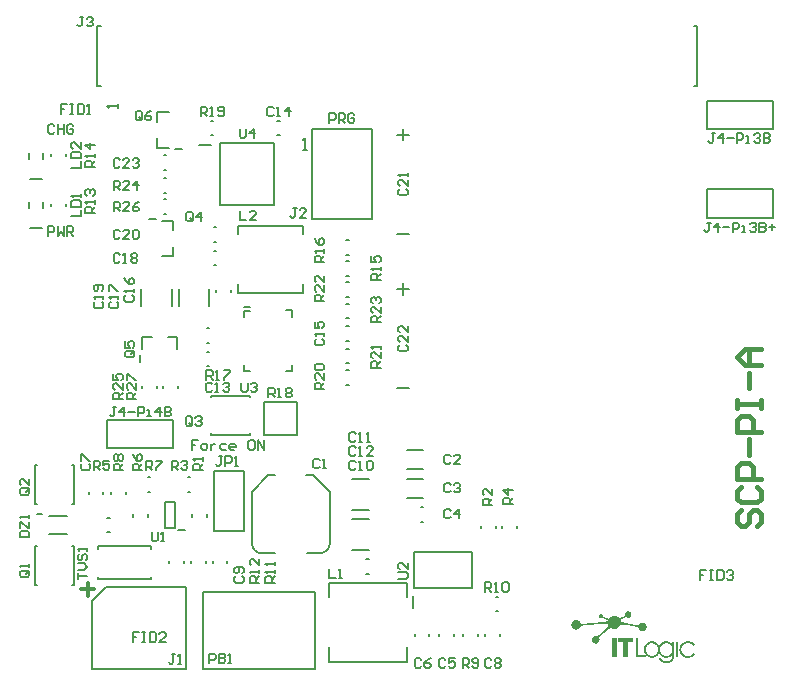
<source format=gto>
G04*
G04 #@! TF.GenerationSoftware,Altium Limited,Altium Designer,19.1.8 (144)*
G04*
G04 Layer_Color=15132400*
%FSLAX25Y25*%
%MOIN*%
G70*
G01*
G75*
%ADD10C,0.00787*%
%ADD11C,0.00591*%
%ADD12C,0.01181*%
%ADD13C,0.01575*%
G36*
X205213Y21494D02*
X205243D01*
Y21463D01*
X205366D01*
Y21433D01*
X205458D01*
Y21402D01*
Y21372D01*
X205549D01*
Y21341D01*
X205580D01*
Y21310D01*
X205610D01*
Y21280D01*
X205672D01*
Y21249D01*
X205702D01*
Y21219D01*
X205733D01*
Y21188D01*
X205764D01*
Y21158D01*
X205794D01*
Y21127D01*
X205825D01*
Y21096D01*
Y21066D01*
Y21035D01*
X205886D01*
Y21004D01*
X205917D01*
Y20974D01*
Y20943D01*
Y20913D01*
X205947D01*
Y20882D01*
Y20852D01*
Y20821D01*
Y20790D01*
X206008D01*
Y20760D01*
Y20729D01*
Y20699D01*
Y20668D01*
Y20637D01*
Y20607D01*
X206039D01*
Y20576D01*
Y20546D01*
Y20515D01*
Y20484D01*
Y20454D01*
Y20423D01*
Y20393D01*
Y20362D01*
Y20332D01*
Y20301D01*
Y20270D01*
X206008D01*
Y20240D01*
Y20209D01*
Y20178D01*
Y20148D01*
Y20117D01*
Y20087D01*
X205947D01*
Y20056D01*
Y20026D01*
X205917D01*
Y19995D01*
Y19964D01*
Y19934D01*
X205855D01*
Y19903D01*
Y19873D01*
Y19842D01*
X205825D01*
Y19811D01*
X205794D01*
Y19781D01*
Y19750D01*
X205764D01*
Y19720D01*
X205702D01*
Y19689D01*
Y19658D01*
X205672D01*
Y19628D01*
X205610D01*
Y19597D01*
X205580D01*
Y19567D01*
Y19536D01*
X205488D01*
Y19505D01*
X205396D01*
Y19475D01*
Y19444D01*
X205274D01*
Y19414D01*
X205121D01*
Y19383D01*
X204846D01*
Y19414D01*
X204632D01*
Y19444D01*
X204540D01*
Y19475D01*
Y19505D01*
X204448D01*
Y19536D01*
X204356D01*
Y19567D01*
Y19597D01*
X204326D01*
Y19628D01*
X204081D01*
Y19597D01*
X203959D01*
Y19567D01*
Y19536D01*
X203867D01*
Y19505D01*
X203744D01*
Y19475D01*
X203714D01*
Y19444D01*
X203653D01*
Y19414D01*
X203561D01*
Y19383D01*
X203500D01*
Y19353D01*
X203469D01*
Y19322D01*
X203408D01*
Y19291D01*
X203316D01*
Y19261D01*
X203286D01*
Y19230D01*
X203224D01*
Y19200D01*
X203133D01*
Y19169D01*
X203071D01*
Y19138D01*
X203041D01*
Y19108D01*
X203010D01*
Y19077D01*
X202918D01*
Y19047D01*
Y19016D01*
X202827D01*
Y18985D01*
X202765D01*
Y18955D01*
X202735D01*
Y18924D01*
X202704D01*
Y18894D01*
X202612D01*
Y18863D01*
X202551D01*
Y18832D01*
X202521D01*
Y18802D01*
X202490D01*
Y18771D01*
X202398D01*
Y18741D01*
Y18710D01*
Y18679D01*
Y18649D01*
Y18618D01*
Y18588D01*
Y18557D01*
X202429D01*
Y18527D01*
Y18496D01*
Y18465D01*
Y18435D01*
Y18404D01*
X202490D01*
Y18374D01*
Y18343D01*
Y18312D01*
Y18282D01*
X202521D01*
Y18251D01*
Y18221D01*
Y18190D01*
X202582D01*
Y18159D01*
X202612D01*
Y18129D01*
X202704D01*
Y18098D01*
Y18068D01*
X202827D01*
Y18037D01*
X202949D01*
Y18006D01*
X202979D01*
Y17976D01*
X203102D01*
Y17945D01*
X203224D01*
Y17915D01*
X203377D01*
Y17884D01*
X203408D01*
Y17853D01*
X203530D01*
Y17823D01*
X203683D01*
Y17792D01*
Y17762D01*
X203867D01*
Y17731D01*
X204020D01*
Y17700D01*
X204081D01*
Y17670D01*
X204203D01*
Y17639D01*
X204417D01*
Y17609D01*
X204570D01*
Y17578D01*
X204601D01*
Y17548D01*
X204815D01*
Y17517D01*
X204968D01*
Y17486D01*
X204999D01*
Y17456D01*
X205182D01*
Y17425D01*
X205458D01*
Y17395D01*
X205641D01*
Y17364D01*
X205672D01*
Y17333D01*
X205917D01*
Y17303D01*
X206131D01*
Y17272D01*
X206161D01*
Y17242D01*
X206406D01*
Y17211D01*
X206651D01*
Y17180D01*
X206895D01*
Y17150D01*
Y17119D01*
X207201D01*
Y17089D01*
X207446D01*
Y17058D01*
X207477D01*
Y17027D01*
X207752D01*
Y16997D01*
X208058D01*
Y16966D01*
X208425D01*
Y16997D01*
X208517D01*
Y17027D01*
Y17058D01*
Y17089D01*
X208578D01*
Y17119D01*
Y17150D01*
Y17180D01*
X208609D01*
Y17211D01*
X208639D01*
Y17242D01*
X208700D01*
Y17272D01*
Y17303D01*
Y17333D01*
X208731D01*
Y17364D01*
Y17395D01*
X208792D01*
Y17425D01*
X208853D01*
Y17456D01*
X208884D01*
Y17486D01*
X208915D01*
Y17517D01*
X208945D01*
Y17548D01*
X209037D01*
Y17578D01*
Y17609D01*
X209129D01*
Y17639D01*
X209190D01*
Y17670D01*
X209312D01*
Y17700D01*
X209343D01*
Y17731D01*
X209557D01*
Y17762D01*
X209894D01*
Y17731D01*
X210108D01*
Y17700D01*
X210138D01*
Y17670D01*
X210261D01*
Y17639D01*
X210383D01*
Y17609D01*
X210444D01*
Y17578D01*
X210475D01*
Y17548D01*
X210505D01*
Y17517D01*
X210597D01*
Y17486D01*
Y17456D01*
X210628D01*
Y17425D01*
X210658D01*
Y17395D01*
X210719D01*
Y17364D01*
Y17333D01*
X210750D01*
Y17303D01*
X210811D01*
Y17272D01*
Y17242D01*
X210842D01*
Y17211D01*
X210873D01*
Y17180D01*
Y17150D01*
Y17119D01*
X210934D01*
Y17089D01*
X210964D01*
Y17058D01*
Y17027D01*
Y16997D01*
X211026D01*
Y16966D01*
X210995D01*
Y16936D01*
Y16905D01*
X211056D01*
Y16874D01*
Y16844D01*
Y16813D01*
Y16783D01*
X211087D01*
Y16752D01*
Y16722D01*
Y16691D01*
Y16660D01*
Y16630D01*
Y16599D01*
X211148D01*
Y16569D01*
Y16538D01*
Y16507D01*
Y16477D01*
Y16446D01*
Y16416D01*
Y16385D01*
Y16354D01*
Y16324D01*
Y16293D01*
Y16263D01*
Y16232D01*
Y16201D01*
Y16171D01*
Y16140D01*
X211087D01*
Y16110D01*
Y16079D01*
Y16048D01*
Y16018D01*
Y15987D01*
X211056D01*
Y15957D01*
Y15926D01*
Y15895D01*
Y15865D01*
Y15834D01*
X210995D01*
Y15804D01*
Y15773D01*
X210964D01*
Y15743D01*
Y15712D01*
Y15681D01*
X210934D01*
Y15651D01*
Y15620D01*
Y15590D01*
X210903D01*
Y15559D01*
X210842D01*
Y15528D01*
Y15498D01*
X210781D01*
Y15467D01*
Y15437D01*
Y15406D01*
X210750D01*
Y15375D01*
X210719D01*
Y15345D01*
X210658D01*
Y15314D01*
X210628D01*
Y15284D01*
X210597D01*
Y15253D01*
X210536D01*
Y15223D01*
Y15192D01*
X210444D01*
Y15161D01*
X210383D01*
Y15131D01*
X210291D01*
Y15100D01*
Y15069D01*
X210169D01*
Y15039D01*
X209985D01*
Y15008D01*
Y14978D01*
X209526D01*
Y15008D01*
X209496D01*
Y15039D01*
X209343D01*
Y15069D01*
X209221D01*
Y15100D01*
X209190D01*
Y15131D01*
X209129D01*
Y15161D01*
X209037D01*
Y15192D01*
X209006D01*
Y15223D01*
X208976D01*
Y15253D01*
X208915D01*
Y15284D01*
X208853D01*
Y15314D01*
Y15345D01*
X208823D01*
Y15375D01*
X208792D01*
Y15406D01*
X208731D01*
Y15437D01*
Y15467D01*
X208700D01*
Y15498D01*
X208639D01*
Y15528D01*
Y15559D01*
X208609D01*
Y15590D01*
Y15620D01*
X208578D01*
Y15651D01*
X208547D01*
Y15681D01*
X208517D01*
Y15712D01*
Y15743D01*
Y15773D01*
X208486D01*
Y15804D01*
Y15834D01*
X208456D01*
Y15865D01*
Y15895D01*
Y15926D01*
Y15957D01*
Y15987D01*
Y16018D01*
X208395D01*
Y16048D01*
Y16079D01*
Y16110D01*
Y16140D01*
X208364D01*
Y16171D01*
X208333D01*
Y16201D01*
X208303D01*
Y16232D01*
X208272D01*
Y16263D01*
X208150D01*
Y16293D01*
X208119D01*
Y16324D01*
X207997D01*
Y16354D01*
X207874D01*
Y16385D01*
Y16416D01*
X207691D01*
Y16446D01*
X207538D01*
Y16477D01*
X207385D01*
Y16507D01*
X207354D01*
Y16538D01*
X207201D01*
Y16569D01*
X206987D01*
Y16599D01*
Y16630D01*
X206773D01*
Y16660D01*
X206559D01*
Y16691D01*
X206528D01*
Y16722D01*
X206345D01*
Y16752D01*
X206131D01*
Y16783D01*
X205886D01*
Y16813D01*
X205855D01*
Y16844D01*
X205610D01*
Y16874D01*
X205396D01*
Y16905D01*
X205366D01*
Y16936D01*
X205121D01*
Y16966D01*
X204846D01*
Y16997D01*
X204601D01*
Y17027D01*
X204570D01*
Y17058D01*
X204264D01*
Y17089D01*
X203989D01*
Y17119D01*
X203959D01*
Y17150D01*
X203591D01*
Y17180D01*
X202490D01*
Y17150D01*
X202429D01*
Y17119D01*
X202398D01*
Y17089D01*
X202368D01*
Y17058D01*
Y17027D01*
Y16997D01*
X202307D01*
Y16966D01*
Y16936D01*
X202276D01*
Y16905D01*
Y16874D01*
Y16844D01*
X202215D01*
Y16813D01*
Y16783D01*
X202245D01*
Y16752D01*
X202184D01*
Y16722D01*
X202153D01*
Y16691D01*
Y16660D01*
Y16630D01*
X202123D01*
Y16599D01*
X202092D01*
Y16569D01*
X202062D01*
Y16538D01*
X202031D01*
Y16507D01*
X202001D01*
Y16477D01*
X201970D01*
Y16446D01*
X201939D01*
Y16416D01*
X201909D01*
Y16385D01*
X201878D01*
Y16354D01*
X201848D01*
Y16324D01*
X201817D01*
Y16293D01*
X201786D01*
Y16263D01*
X201756D01*
Y16232D01*
X201725D01*
Y16201D01*
X201695D01*
Y16171D01*
X201664D01*
Y16140D01*
X201603D01*
Y16110D01*
X201542D01*
Y16079D01*
Y16048D01*
X201450D01*
Y16018D01*
X201389D01*
Y15987D01*
X201297D01*
Y15957D01*
Y15926D01*
X201205D01*
Y15895D01*
X201083D01*
Y15865D01*
Y15834D01*
X200960D01*
Y15804D01*
X200746D01*
Y15773D01*
X200043D01*
Y15804D01*
X199829D01*
Y15834D01*
X199706D01*
Y15865D01*
Y15895D01*
X199584D01*
Y15926D01*
X199492D01*
Y15957D01*
X199461D01*
Y15987D01*
X199400D01*
Y16018D01*
X199308D01*
Y16048D01*
X199186D01*
Y16018D01*
X199064D01*
Y15987D01*
X199033D01*
Y15957D01*
Y15926D01*
X198941D01*
Y15895D01*
X198911D01*
Y15865D01*
X198880D01*
Y15834D01*
X198819D01*
Y15804D01*
X198758D01*
Y15773D01*
X198696D01*
Y15743D01*
X198666D01*
Y15712D01*
X198635D01*
Y15681D01*
X198544D01*
Y15651D01*
Y15620D01*
X198513D01*
Y15590D01*
X198421D01*
Y15559D01*
X198391D01*
Y15528D01*
Y15498D01*
X198299D01*
Y15467D01*
X198268D01*
Y15437D01*
X198238D01*
Y15406D01*
X198176D01*
Y15375D01*
X198115D01*
Y15345D01*
X198085D01*
Y15314D01*
Y15284D01*
X197993D01*
Y15253D01*
X197962D01*
Y15223D01*
X197932D01*
Y15192D01*
X197871D01*
Y15161D01*
X197840D01*
Y15131D01*
X197809D01*
Y15100D01*
X197779D01*
Y15069D01*
X197687D01*
Y15039D01*
X197656D01*
Y15008D01*
Y14978D01*
X197595D01*
Y14947D01*
X197565D01*
Y14917D01*
X197503D01*
Y14886D01*
X197473D01*
Y14855D01*
X197442D01*
Y14825D01*
X197412D01*
Y14794D01*
X197381D01*
Y14764D01*
X197350D01*
Y14733D01*
X197320D01*
Y14702D01*
X197289D01*
Y14672D01*
X197259D01*
Y14641D01*
X197197D01*
Y14611D01*
X197136D01*
Y14580D01*
Y14549D01*
X197106D01*
Y14519D01*
X197045D01*
Y14488D01*
Y14458D01*
X197014D01*
Y14427D01*
X196922D01*
Y14397D01*
X196892D01*
Y14366D01*
Y14335D01*
X196830D01*
Y14305D01*
X196800D01*
Y14274D01*
Y14243D01*
X196739D01*
Y14213D01*
X196677D01*
Y14182D01*
X196647D01*
Y14152D01*
X196616D01*
Y14121D01*
X196586D01*
Y14090D01*
X196555D01*
Y14060D01*
X196524D01*
Y14029D01*
X196494D01*
Y13999D01*
X196402D01*
Y13968D01*
X196371D01*
Y13938D01*
Y13907D01*
X196341D01*
Y13876D01*
X196280D01*
Y13846D01*
Y13815D01*
X196188D01*
Y13785D01*
X196157D01*
Y13754D01*
X196127D01*
Y13723D01*
X196096D01*
Y13693D01*
X196065D01*
Y13662D01*
X196035D01*
Y13632D01*
X196004D01*
Y13601D01*
X195974D01*
Y13570D01*
X195913D01*
Y13540D01*
X195882D01*
Y13509D01*
X195851D01*
Y13479D01*
X195821D01*
Y13448D01*
X195760D01*
Y13418D01*
Y13387D01*
X195729D01*
Y13356D01*
X195698D01*
Y13326D01*
X195668D01*
Y13295D01*
X195637D01*
Y13264D01*
X195545D01*
Y13234D01*
X195515D01*
Y13203D01*
Y13173D01*
X195454D01*
Y13142D01*
X195423D01*
Y13112D01*
X195393D01*
Y13081D01*
Y13050D01*
X195331D01*
Y13020D01*
Y12989D01*
Y12959D01*
X195301D01*
Y12928D01*
X195239D01*
Y12897D01*
Y12867D01*
Y12836D01*
Y12806D01*
Y12775D01*
Y12744D01*
Y12714D01*
X195301D01*
Y12683D01*
Y12653D01*
Y12622D01*
X195331D01*
Y12592D01*
Y12561D01*
Y12530D01*
Y12500D01*
X195362D01*
Y12469D01*
Y12438D01*
Y12408D01*
Y12377D01*
Y12347D01*
Y12316D01*
X195423D01*
Y12286D01*
Y12255D01*
Y12224D01*
Y12194D01*
Y12163D01*
Y12133D01*
Y12102D01*
Y12071D01*
Y12041D01*
Y12010D01*
Y11980D01*
X195362D01*
Y11949D01*
Y11918D01*
Y11888D01*
Y11857D01*
Y11827D01*
Y11796D01*
X195393D01*
Y11766D01*
X195331D01*
Y11735D01*
Y11704D01*
Y11674D01*
Y11643D01*
X195301D01*
Y11613D01*
Y11582D01*
Y11551D01*
X195239D01*
Y11521D01*
Y11490D01*
Y11460D01*
X195209D01*
Y11429D01*
X195148D01*
Y11398D01*
Y11368D01*
X195178D01*
Y11337D01*
X195117D01*
Y11307D01*
Y11276D01*
X195087D01*
Y11245D01*
X195056D01*
Y11215D01*
X194995D01*
Y11184D01*
Y11154D01*
X194964D01*
Y11123D01*
X194903D01*
Y11092D01*
Y11062D01*
X194811D01*
Y11031D01*
X194750D01*
Y11001D01*
X194658D01*
Y10970D01*
Y10939D01*
X194567D01*
Y10909D01*
X194444D01*
Y10878D01*
Y10848D01*
X193832D01*
Y10878D01*
Y10909D01*
X193710D01*
Y10939D01*
X193588D01*
Y10970D01*
X193557D01*
Y11001D01*
X193496D01*
Y11031D01*
X193435D01*
Y11062D01*
X193373D01*
Y11092D01*
X193343D01*
Y11123D01*
X193312D01*
Y11154D01*
X193282D01*
Y11184D01*
Y11215D01*
X193220D01*
Y11245D01*
X193190D01*
Y11276D01*
X193159D01*
Y11307D01*
X193129D01*
Y11337D01*
X193098D01*
Y11368D01*
X193067D01*
Y11398D01*
Y11429D01*
Y11460D01*
X193006D01*
Y11490D01*
Y11521D01*
X192976D01*
Y11551D01*
Y11582D01*
X192945D01*
Y11613D01*
Y11643D01*
Y11674D01*
Y11704D01*
Y11735D01*
X192884D01*
Y11766D01*
Y11796D01*
Y11827D01*
Y11857D01*
X192853D01*
Y11888D01*
Y11918D01*
Y11949D01*
Y11980D01*
Y12010D01*
Y12041D01*
Y12071D01*
Y12102D01*
Y12133D01*
Y12163D01*
Y12194D01*
Y12224D01*
Y12255D01*
Y12286D01*
Y12316D01*
Y12347D01*
Y12377D01*
Y12408D01*
X192884D01*
Y12438D01*
Y12469D01*
Y12500D01*
Y12530D01*
Y12561D01*
X192945D01*
Y12592D01*
Y12622D01*
Y12653D01*
X192976D01*
Y12683D01*
Y12714D01*
Y12744D01*
X193037D01*
Y12775D01*
Y12806D01*
Y12836D01*
X193067D01*
Y12867D01*
X193098D01*
Y12897D01*
Y12928D01*
Y12959D01*
X193129D01*
Y12989D01*
X193190D01*
Y13020D01*
Y13050D01*
X193220D01*
Y13081D01*
X193282D01*
Y13112D01*
Y13142D01*
X193312D01*
Y13173D01*
X193404D01*
Y13203D01*
X193435D01*
Y13234D01*
Y13264D01*
X193526D01*
Y13295D01*
X193618D01*
Y13326D01*
Y13356D01*
X193740D01*
Y13387D01*
X193955D01*
Y13418D01*
X194322D01*
Y13387D01*
X194475D01*
Y13356D01*
X194597D01*
Y13326D01*
X194628D01*
Y13295D01*
X194781D01*
Y13326D01*
Y13356D01*
X194872D01*
Y13387D01*
X194903D01*
Y13418D01*
X194964D01*
Y13448D01*
X194995D01*
Y13479D01*
X195025D01*
Y13509D01*
X195056D01*
Y13540D01*
X195087D01*
Y13570D01*
X195117D01*
Y13601D01*
X195148D01*
Y13632D01*
X195178D01*
Y13662D01*
X195209D01*
Y13693D01*
X195239D01*
Y13723D01*
X195331D01*
Y13754D01*
Y13785D01*
X195362D01*
Y13815D01*
X195423D01*
Y13846D01*
Y13876D01*
X195454D01*
Y13907D01*
X195484D01*
Y13938D01*
X195545D01*
Y13968D01*
Y13999D01*
X195576D01*
Y14029D01*
X195637D01*
Y14060D01*
X195668D01*
Y14090D01*
X195729D01*
Y14121D01*
X195760D01*
Y14152D01*
X195790D01*
Y14182D01*
X195821D01*
Y14213D01*
X195851D01*
Y14243D01*
X195882D01*
Y14274D01*
Y14305D01*
X195943D01*
Y14335D01*
X195974D01*
Y14366D01*
X196004D01*
Y14397D01*
X196035D01*
Y14427D01*
X196065D01*
Y14458D01*
X196096D01*
Y14488D01*
Y14519D01*
X196188D01*
Y14549D01*
X196219D01*
Y14580D01*
X196249D01*
Y14611D01*
X196280D01*
Y14641D01*
X196310D01*
Y14672D01*
X196341D01*
Y14702D01*
X196371D01*
Y14733D01*
X196402D01*
Y14764D01*
X196433D01*
Y14794D01*
X196463D01*
Y14825D01*
X196494D01*
Y14855D01*
X196524D01*
Y14886D01*
X196555D01*
Y14917D01*
X196586D01*
Y14947D01*
X196616D01*
Y14978D01*
X196647D01*
Y15008D01*
X196677D01*
Y15039D01*
X196708D01*
Y15069D01*
X196739D01*
Y15100D01*
X196769D01*
Y15131D01*
X196800D01*
Y15161D01*
X196830D01*
Y15192D01*
X196861D01*
Y15223D01*
X196892D01*
Y15253D01*
X196922D01*
Y15284D01*
X196953D01*
Y15314D01*
X196983D01*
Y15345D01*
X197014D01*
Y15375D01*
X197075D01*
Y15406D01*
X197136D01*
Y15437D01*
X197167D01*
Y15467D01*
Y15498D01*
X197197D01*
Y15528D01*
X197259D01*
Y15559D01*
Y15590D01*
X197289D01*
Y15620D01*
X197350D01*
Y15651D01*
Y15681D01*
X197381D01*
Y15712D01*
X197412D01*
Y15743D01*
X197473D01*
Y15773D01*
Y15804D01*
Y15834D01*
X197503D01*
Y15865D01*
X197534D01*
Y15895D01*
X197565D01*
Y15926D01*
X197595D01*
Y15957D01*
X197626D01*
Y15987D01*
X197656D01*
Y16018D01*
X197687D01*
Y16048D01*
X197718D01*
Y16079D01*
X197748D01*
Y16110D01*
X197779D01*
Y16140D01*
X197809D01*
Y16171D01*
X197840D01*
Y16201D01*
X197871D01*
Y16232D01*
X197901D01*
Y16263D01*
X197932D01*
Y16293D01*
X197962D01*
Y16324D01*
X197993D01*
Y16354D01*
X198023D01*
Y16385D01*
X198085D01*
Y16416D01*
Y16446D01*
Y16477D01*
X198115D01*
Y16507D01*
Y16538D01*
X198146D01*
Y16569D01*
X198207D01*
Y16599D01*
X198238D01*
Y16630D01*
Y16660D01*
Y16691D01*
X198268D01*
Y16722D01*
X198299D01*
Y16752D01*
X198329D01*
Y16783D01*
Y16813D01*
X198360D01*
Y16844D01*
Y16874D01*
X198421D01*
Y16905D01*
Y16936D01*
Y16966D01*
Y16997D01*
Y17027D01*
Y17058D01*
Y17089D01*
Y17119D01*
Y17150D01*
X198391D01*
Y17180D01*
Y17211D01*
Y17242D01*
Y17272D01*
X198329D01*
Y17303D01*
X198238D01*
Y17333D01*
Y17364D01*
X198115D01*
Y17395D01*
X196616D01*
Y17364D01*
X195698D01*
Y17333D01*
X195668D01*
Y17303D01*
X194872D01*
Y17272D01*
X194138D01*
Y17242D01*
Y17211D01*
X193465D01*
Y17180D01*
X192945D01*
Y17150D01*
X192456D01*
Y17119D01*
X192425D01*
Y17089D01*
X191966D01*
Y17058D01*
X191477D01*
Y17027D01*
Y16997D01*
X191048D01*
Y16966D01*
X190620D01*
Y16936D01*
X190253D01*
Y16905D01*
Y16874D01*
X189916D01*
Y16844D01*
X189610D01*
Y16813D01*
X189580D01*
Y16783D01*
X189396D01*
Y16752D01*
X189274D01*
Y16722D01*
X189213D01*
Y16691D01*
X189182D01*
Y16660D01*
X189121D01*
Y16630D01*
Y16599D01*
Y16569D01*
X189090D01*
Y16538D01*
Y16507D01*
Y16477D01*
X189029D01*
Y16446D01*
Y16416D01*
X188999D01*
Y16385D01*
Y16354D01*
Y16324D01*
X188937D01*
Y16293D01*
Y16263D01*
Y16232D01*
X188907D01*
Y16201D01*
Y16171D01*
Y16140D01*
X188876D01*
Y16110D01*
X188846D01*
Y16079D01*
X188815D01*
Y16048D01*
X188784D01*
Y16018D01*
X188754D01*
Y15987D01*
X188723D01*
Y15957D01*
X188693D01*
Y15926D01*
X188662D01*
Y15895D01*
X188631D01*
Y15865D01*
X188601D01*
Y15834D01*
X188570D01*
Y15804D01*
X188540D01*
Y15773D01*
X188448D01*
Y15743D01*
Y15712D01*
X188356D01*
Y15681D01*
X188264D01*
Y15651D01*
Y15620D01*
X188173D01*
Y15590D01*
X188050D01*
Y15559D01*
X187897D01*
Y15528D01*
Y15498D01*
X187285D01*
Y15528D01*
X187255D01*
Y15559D01*
X187102D01*
Y15590D01*
X187010D01*
Y15620D01*
X186888D01*
Y15651D01*
Y15681D01*
X186796D01*
Y15712D01*
X186765D01*
Y15743D01*
Y15773D01*
X186673D01*
Y15804D01*
X186643D01*
Y15834D01*
X186612D01*
Y15865D01*
X186582D01*
Y15895D01*
X186521D01*
Y15926D01*
X186459D01*
Y15957D01*
Y15987D01*
X186429D01*
Y16018D01*
Y16048D01*
X186398D01*
Y16079D01*
X186368D01*
Y16110D01*
X186337D01*
Y16140D01*
X186306D01*
Y16171D01*
Y16201D01*
Y16232D01*
X186245D01*
Y16263D01*
X186215D01*
Y16293D01*
Y16324D01*
Y16354D01*
X186184D01*
Y16385D01*
Y16416D01*
Y16446D01*
X186123D01*
Y16477D01*
Y16507D01*
Y16538D01*
Y16569D01*
X186092D01*
Y16599D01*
Y16630D01*
Y16660D01*
Y16691D01*
X186062D01*
Y16722D01*
X186031D01*
Y16752D01*
Y16783D01*
Y16813D01*
Y16844D01*
Y16874D01*
Y16905D01*
Y16936D01*
Y16966D01*
Y16997D01*
Y17027D01*
Y17058D01*
Y17089D01*
Y17119D01*
Y17150D01*
Y17180D01*
Y17211D01*
Y17242D01*
Y17272D01*
Y17303D01*
Y17333D01*
Y17364D01*
Y17395D01*
Y17425D01*
X186092D01*
Y17456D01*
Y17486D01*
Y17517D01*
Y17548D01*
Y17578D01*
Y17609D01*
X186123D01*
Y17639D01*
Y17670D01*
X186153D01*
Y17700D01*
X186184D01*
Y17731D01*
Y17762D01*
X186215D01*
Y17792D01*
Y17823D01*
Y17853D01*
X186245D01*
Y17884D01*
Y17915D01*
Y17945D01*
X186276D01*
Y17976D01*
X186337D01*
Y18006D01*
Y18037D01*
Y18068D01*
X186368D01*
Y18098D01*
X186398D01*
Y18129D01*
X186429D01*
Y18159D01*
X186459D01*
Y18190D01*
X186490D01*
Y18221D01*
X186521D01*
Y18251D01*
X186551D01*
Y18282D01*
X186582D01*
Y18312D01*
X186612D01*
Y18343D01*
X186673D01*
Y18374D01*
X186704D01*
Y18404D01*
X186796D01*
Y18435D01*
Y18465D01*
X186857D01*
Y18496D01*
X186979D01*
Y18527D01*
Y18557D01*
X187071D01*
Y18588D01*
X187194D01*
Y18618D01*
X187469D01*
Y18649D01*
X187499D01*
Y18679D01*
X187714D01*
Y18649D01*
Y18618D01*
X187989D01*
Y18588D01*
X188111D01*
Y18557D01*
X188234D01*
Y18527D01*
Y18496D01*
X188326D01*
Y18465D01*
X188387D01*
Y18435D01*
X188417D01*
Y18404D01*
X188479D01*
Y18374D01*
X188540D01*
Y18343D01*
X188570D01*
Y18312D01*
Y18282D01*
X188662D01*
Y18251D01*
X188693D01*
Y18221D01*
X188723D01*
Y18190D01*
X188754D01*
Y18159D01*
X188784D01*
Y18129D01*
Y18098D01*
Y18068D01*
X188815D01*
Y18037D01*
X188876D01*
Y18006D01*
Y17976D01*
X188907D01*
Y17945D01*
Y17915D01*
X188937D01*
Y17884D01*
X188968D01*
Y17853D01*
X188999D01*
Y17823D01*
Y17792D01*
Y17762D01*
X189029D01*
Y17731D01*
Y17700D01*
X189060D01*
Y17670D01*
X189090D01*
Y17639D01*
Y17609D01*
X189121D01*
Y17578D01*
Y17548D01*
X189182D01*
Y17517D01*
X189304D01*
Y17486D01*
X189335D01*
Y17456D01*
X190559D01*
Y17486D01*
X190589D01*
Y17517D01*
X191354D01*
Y17548D01*
X191936D01*
Y17578D01*
X191966D01*
Y17609D01*
X192456D01*
Y17639D01*
X192914D01*
Y17670D01*
X193312D01*
Y17700D01*
X193373D01*
Y17731D01*
X193771D01*
Y17762D01*
X194199D01*
Y17792D01*
X194230D01*
Y17823D01*
X194597D01*
Y17853D01*
X195025D01*
Y17884D01*
Y17915D01*
X195423D01*
Y17945D01*
X195790D01*
Y17976D01*
X196127D01*
Y18006D01*
X196157D01*
Y18037D01*
X196494D01*
Y18068D01*
X196830D01*
Y18098D01*
Y18129D01*
X197167D01*
Y18159D01*
X197473D01*
Y18190D01*
X197748D01*
Y18221D01*
X197779D01*
Y18251D01*
X197993D01*
Y18282D01*
X198115D01*
Y18312D01*
Y18343D01*
X198207D01*
Y18374D01*
X198268D01*
Y18404D01*
X198329D01*
Y18435D01*
Y18465D01*
Y18496D01*
Y18527D01*
Y18557D01*
X198238D01*
Y18588D01*
X198207D01*
Y18618D01*
Y18649D01*
X198115D01*
Y18679D01*
X198023D01*
Y18710D01*
Y18741D01*
X197932D01*
Y18771D01*
X197809D01*
Y18802D01*
X197748D01*
Y18832D01*
X197718D01*
Y18863D01*
X197626D01*
Y18894D01*
X197565D01*
Y18924D01*
X197534D01*
Y18955D01*
X197473D01*
Y18985D01*
X197381D01*
Y19016D01*
X197259D01*
Y19047D01*
Y19077D01*
X197167D01*
Y19108D01*
X197075D01*
Y19138D01*
Y19169D01*
X196983D01*
Y19200D01*
X196861D01*
Y19230D01*
X196800D01*
Y19261D01*
X196769D01*
Y19291D01*
X196708D01*
Y19322D01*
X196586D01*
Y19353D01*
X196555D01*
Y19383D01*
X196494D01*
Y19414D01*
X196341D01*
Y19383D01*
X196280D01*
Y19353D01*
Y19322D01*
X196188D01*
Y19291D01*
X196127D01*
Y19261D01*
X196096D01*
Y19230D01*
X195668D01*
Y19261D01*
Y19291D01*
X195576D01*
Y19322D01*
X195515D01*
Y19353D01*
X195484D01*
Y19383D01*
X195454D01*
Y19414D01*
X195362D01*
Y19444D01*
X195393D01*
Y19475D01*
Y19505D01*
X195331D01*
Y19536D01*
X195301D01*
Y19567D01*
X195270D01*
Y19597D01*
X195239D01*
Y19628D01*
Y19658D01*
Y19689D01*
Y19720D01*
X195209D01*
Y19750D01*
Y19781D01*
Y19811D01*
Y19842D01*
Y19873D01*
Y19903D01*
Y19934D01*
Y19964D01*
Y19995D01*
Y20026D01*
Y20056D01*
Y20087D01*
Y20117D01*
Y20148D01*
Y20178D01*
X195239D01*
Y20209D01*
Y20240D01*
Y20270D01*
X195301D01*
Y20301D01*
Y20332D01*
Y20362D01*
X195331D01*
Y20393D01*
X195362D01*
Y20423D01*
X195393D01*
Y20454D01*
X195423D01*
Y20484D01*
X195454D01*
Y20515D01*
X195545D01*
Y20546D01*
Y20576D01*
X195637D01*
Y20607D01*
X195790D01*
Y20637D01*
X195943D01*
Y20607D01*
X196157D01*
Y20576D01*
X196219D01*
Y20546D01*
X196249D01*
Y20515D01*
X196280D01*
Y20484D01*
X196371D01*
Y20454D01*
Y20423D01*
X196402D01*
Y20393D01*
X196463D01*
Y20362D01*
X196433D01*
Y20332D01*
Y20301D01*
X196494D01*
Y20270D01*
X196524D01*
Y20240D01*
Y20209D01*
Y20178D01*
Y20148D01*
X196586D01*
Y20117D01*
Y20087D01*
Y20056D01*
Y20026D01*
Y19995D01*
Y19964D01*
Y19934D01*
Y19903D01*
Y19873D01*
Y19842D01*
Y19811D01*
Y19781D01*
X196616D01*
Y19750D01*
X196708D01*
Y19720D01*
X196800D01*
Y19689D01*
Y19658D01*
X196922D01*
Y19628D01*
X197045D01*
Y19597D01*
Y19567D01*
X197136D01*
Y19536D01*
X197259D01*
Y19505D01*
X197289D01*
Y19475D01*
X197412D01*
Y19444D01*
X197534D01*
Y19414D01*
X197656D01*
Y19383D01*
Y19353D01*
X197779D01*
Y19322D01*
X197901D01*
Y19291D01*
X197932D01*
Y19261D01*
X198085D01*
Y19230D01*
X198207D01*
Y19200D01*
X198360D01*
Y19169D01*
X198391D01*
Y19138D01*
X198544D01*
Y19108D01*
X198635D01*
Y19138D01*
X198666D01*
Y19169D01*
Y19200D01*
X198727D01*
Y19230D01*
X198758D01*
Y19261D01*
X198788D01*
Y19291D01*
X198819D01*
Y19322D01*
Y19353D01*
X198849D01*
Y19383D01*
Y19414D01*
X198880D01*
Y19444D01*
X198911D01*
Y19475D01*
X198972D01*
Y19505D01*
X199003D01*
Y19536D01*
X199064D01*
Y19567D01*
X199094D01*
Y19597D01*
Y19628D01*
X199155D01*
Y19658D01*
X199217D01*
Y19689D01*
X199247D01*
Y19720D01*
X199278D01*
Y19750D01*
X199339D01*
Y19781D01*
X199431D01*
Y19811D01*
Y19842D01*
X199522D01*
Y19873D01*
X199645D01*
Y19903D01*
X199676D01*
Y19934D01*
X199798D01*
Y19964D01*
X199951D01*
Y19995D01*
X200287D01*
Y20026D01*
Y20056D01*
X200471D01*
Y20026D01*
X200501D01*
Y19995D01*
X200838D01*
Y19964D01*
X200991D01*
Y19934D01*
X201113D01*
Y19903D01*
Y19873D01*
X201236D01*
Y19842D01*
X201327D01*
Y19811D01*
Y19781D01*
X201419D01*
Y19750D01*
X201511D01*
Y19720D01*
X201542D01*
Y19689D01*
Y19658D01*
X201633D01*
Y19628D01*
X201664D01*
Y19597D01*
X201695D01*
Y19567D01*
X201725D01*
Y19536D01*
X201817D01*
Y19505D01*
X201848D01*
Y19475D01*
Y19444D01*
X201878D01*
Y19414D01*
X201939D01*
Y19383D01*
Y19353D01*
X201970D01*
Y19322D01*
X202031D01*
Y19291D01*
Y19261D01*
X202153D01*
Y19291D01*
X202184D01*
Y19322D01*
X202276D01*
Y19353D01*
X202398D01*
Y19383D01*
Y19414D01*
X202490D01*
Y19444D01*
X202612D01*
Y19475D01*
X202674D01*
Y19505D01*
X202704D01*
Y19536D01*
X202765D01*
Y19567D01*
X202918D01*
Y19597D01*
Y19628D01*
X203010D01*
Y19658D01*
X203071D01*
Y19689D01*
X203102D01*
Y19720D01*
X203224D01*
Y19750D01*
X203286D01*
Y19781D01*
X203377D01*
Y19811D01*
Y19842D01*
X203469D01*
Y19873D01*
X203561D01*
Y19903D01*
Y19934D01*
X203653D01*
Y19964D01*
X203714D01*
Y19995D01*
X203805D01*
Y20026D01*
Y20056D01*
X203867D01*
Y20087D01*
X203897D01*
Y20117D01*
Y20148D01*
Y20178D01*
Y20209D01*
Y20240D01*
Y20270D01*
Y20301D01*
Y20332D01*
Y20362D01*
Y20393D01*
Y20423D01*
Y20454D01*
Y20484D01*
Y20515D01*
Y20546D01*
Y20576D01*
Y20607D01*
Y20637D01*
Y20668D01*
Y20699D01*
X203959D01*
Y20729D01*
Y20760D01*
Y20790D01*
X203928D01*
Y20821D01*
X203989D01*
Y20852D01*
Y20882D01*
Y20913D01*
X204020D01*
Y20943D01*
Y20974D01*
Y21004D01*
X204081D01*
Y21035D01*
Y21066D01*
Y21096D01*
X204112D01*
Y21127D01*
X204142D01*
Y21158D01*
X204203D01*
Y21188D01*
Y21219D01*
X204234D01*
Y21249D01*
X204264D01*
Y21280D01*
X204295D01*
Y21310D01*
X204326D01*
Y21341D01*
X204417D01*
Y21372D01*
X204448D01*
Y21402D01*
Y21433D01*
X204570D01*
Y21463D01*
X204693D01*
Y21494D01*
X204723D01*
Y21525D01*
X205213D01*
Y21494D01*
D02*
G37*
G36*
X225312Y11551D02*
X225557D01*
Y11521D01*
X225588D01*
Y11490D01*
X225741D01*
Y11460D01*
X225924D01*
Y11429D01*
Y11398D01*
X226016D01*
Y11368D01*
X226138D01*
Y11337D01*
X226200D01*
Y11307D01*
X226230D01*
Y11276D01*
X226322D01*
Y11245D01*
X226383D01*
Y11215D01*
X226414D01*
Y11184D01*
X226475D01*
Y11154D01*
X226567D01*
Y11123D01*
X226597D01*
Y11092D01*
Y11062D01*
X226659D01*
Y11031D01*
X226720D01*
Y11001D01*
X226750D01*
Y10970D01*
X226781D01*
Y10939D01*
X226811D01*
Y10909D01*
X226842D01*
Y10878D01*
X226873D01*
Y10848D01*
X226903D01*
Y10817D01*
X226934D01*
Y10786D01*
X226964D01*
Y10756D01*
X226995D01*
Y10725D01*
X227026D01*
Y10695D01*
X227056D01*
Y10664D01*
X227087D01*
Y10633D01*
X227117D01*
Y10603D01*
X227148D01*
Y10572D01*
X227179D01*
Y10542D01*
X227209D01*
Y10511D01*
Y10481D01*
Y10450D01*
X227240D01*
Y10419D01*
X227301D01*
Y10389D01*
X227240D01*
Y10358D01*
X227209D01*
Y10328D01*
Y10297D01*
X227117D01*
Y10266D01*
X227087D01*
Y10236D01*
X227056D01*
Y10205D01*
X226995D01*
Y10175D01*
X226903D01*
Y10144D01*
X226873D01*
Y10114D01*
Y10083D01*
X226781D01*
Y10052D01*
X226720D01*
Y10083D01*
Y10114D01*
Y10144D01*
X226689D01*
Y10175D01*
X226628D01*
Y10205D01*
X226597D01*
Y10236D01*
Y10266D01*
X226567D01*
Y10297D01*
X226505D01*
Y10328D01*
Y10358D01*
X226475D01*
Y10389D01*
X226414D01*
Y10419D01*
X226383D01*
Y10450D01*
Y10481D01*
X226353D01*
Y10511D01*
X226261D01*
Y10542D01*
X226230D01*
Y10572D01*
X226200D01*
Y10603D01*
X226138D01*
Y10633D01*
X226077D01*
Y10664D01*
Y10695D01*
X225985D01*
Y10725D01*
X225924D01*
Y10756D01*
X225894D01*
Y10786D01*
X225771D01*
Y10817D01*
X225710D01*
Y10848D01*
X225526D01*
Y10878D01*
Y10909D01*
X225312D01*
Y10939D01*
X224456D01*
Y10909D01*
X224242D01*
Y10878D01*
Y10848D01*
X224119D01*
Y10817D01*
X223997D01*
Y10786D01*
X223905D01*
Y10756D01*
Y10725D01*
X223813D01*
Y10695D01*
X223752D01*
Y10664D01*
X223722D01*
Y10633D01*
X223660D01*
Y10603D01*
X223599D01*
Y10572D01*
X223538D01*
Y10542D01*
X223507D01*
Y10511D01*
X223477D01*
Y10481D01*
X223446D01*
Y10450D01*
X223416D01*
Y10419D01*
X223385D01*
Y10389D01*
X223354D01*
Y10358D01*
X223324D01*
Y10328D01*
X223293D01*
Y10297D01*
X223263D01*
Y10266D01*
X223232D01*
Y10236D01*
X223201D01*
Y10205D01*
X223171D01*
Y10175D01*
X223140D01*
Y10144D01*
X223110D01*
Y10114D01*
X223079D01*
Y10083D01*
X223048D01*
Y10052D01*
Y10022D01*
Y9991D01*
X223018D01*
Y9961D01*
X222957D01*
Y9930D01*
Y9899D01*
Y9869D01*
X222926D01*
Y9838D01*
Y9808D01*
Y9777D01*
X222865D01*
Y9746D01*
Y9716D01*
X222834D01*
Y9685D01*
Y9655D01*
Y9624D01*
Y9593D01*
Y9563D01*
X222773D01*
Y9532D01*
Y9502D01*
Y9471D01*
X222804D01*
Y9440D01*
X222743D01*
Y9410D01*
Y9379D01*
Y9349D01*
Y9318D01*
Y9287D01*
Y9257D01*
X222712D01*
Y9226D01*
Y9196D01*
Y9165D01*
Y9134D01*
Y9104D01*
Y9073D01*
Y9043D01*
Y9012D01*
Y8981D01*
Y8951D01*
Y8920D01*
Y8890D01*
Y8859D01*
Y8828D01*
Y8798D01*
Y8767D01*
Y8737D01*
Y8706D01*
Y8676D01*
Y8645D01*
Y8614D01*
Y8584D01*
Y8553D01*
Y8523D01*
Y8492D01*
Y8461D01*
Y8431D01*
X222743D01*
Y8400D01*
Y8370D01*
Y8339D01*
Y8309D01*
Y8278D01*
X222804D01*
Y8247D01*
X222773D01*
Y8217D01*
Y8186D01*
Y8156D01*
X222834D01*
Y8125D01*
Y8094D01*
Y8064D01*
Y8033D01*
Y8003D01*
X222865D01*
Y7972D01*
Y7941D01*
X222926D01*
Y7911D01*
Y7880D01*
Y7850D01*
X222957D01*
Y7819D01*
Y7788D01*
Y7758D01*
X223018D01*
Y7727D01*
X222987D01*
Y7697D01*
Y7666D01*
X223048D01*
Y7635D01*
X223079D01*
Y7605D01*
X223110D01*
Y7574D01*
X223140D01*
Y7544D01*
Y7513D01*
X223171D01*
Y7482D01*
Y7452D01*
X223232D01*
Y7421D01*
X223263D01*
Y7391D01*
Y7360D01*
X223324D01*
Y7329D01*
X223354D01*
Y7299D01*
X223385D01*
Y7268D01*
Y7238D01*
X223446D01*
Y7207D01*
X223477D01*
Y7176D01*
Y7146D01*
X223569D01*
Y7115D01*
X223599D01*
Y7085D01*
X223630D01*
Y7054D01*
X223660D01*
Y7024D01*
X223722D01*
Y6993D01*
X223813D01*
Y6962D01*
Y6932D01*
X223905D01*
Y6901D01*
X223997D01*
Y6871D01*
X224027D01*
Y6840D01*
X224089D01*
Y6809D01*
X224211D01*
Y6779D01*
X224425D01*
Y6748D01*
Y6718D01*
X224762D01*
Y6687D01*
X225007D01*
Y6718D01*
X225404D01*
Y6748D01*
Y6779D01*
X225557D01*
Y6809D01*
X225679D01*
Y6840D01*
X225802D01*
Y6871D01*
X225833D01*
Y6901D01*
X225894D01*
Y6932D01*
X225985D01*
Y6962D01*
X226016D01*
Y6993D01*
X226077D01*
Y7024D01*
X226108D01*
Y7054D01*
X226138D01*
Y7085D01*
X226200D01*
Y7115D01*
X226261D01*
Y7146D01*
X226322D01*
Y7176D01*
X226353D01*
Y7207D01*
X226383D01*
Y7238D01*
X226414D01*
Y7268D01*
X226444D01*
Y7299D01*
X226475D01*
Y7329D01*
X226505D01*
Y7360D01*
X226536D01*
Y7391D01*
X226567D01*
Y7421D01*
X226597D01*
Y7452D01*
X226628D01*
Y7482D01*
X226659D01*
Y7513D01*
X226689D01*
Y7544D01*
X226720D01*
Y7574D01*
X226750D01*
Y7605D01*
X226781D01*
Y7574D01*
X226811D01*
Y7544D01*
X226903D01*
Y7513D01*
X226934D01*
Y7482D01*
X226964D01*
Y7452D01*
X227026D01*
Y7421D01*
X227087D01*
Y7391D01*
Y7360D01*
X227179D01*
Y7329D01*
X227209D01*
Y7299D01*
X227270D01*
Y7268D01*
Y7238D01*
X227240D01*
Y7207D01*
Y7176D01*
X227209D01*
Y7146D01*
Y7115D01*
X227179D01*
Y7085D01*
X227117D01*
Y7054D01*
Y7024D01*
X227087D01*
Y6993D01*
X227026D01*
Y6962D01*
X226995D01*
Y6932D01*
Y6901D01*
X226964D01*
Y6871D01*
X226903D01*
Y6840D01*
Y6809D01*
X226873D01*
Y6779D01*
X226811D01*
Y6748D01*
X226781D01*
Y6718D01*
Y6687D01*
X226689D01*
Y6656D01*
X226659D01*
Y6626D01*
X226628D01*
Y6595D01*
X226567D01*
Y6565D01*
X226536D01*
Y6534D01*
X226444D01*
Y6504D01*
Y6473D01*
X226353D01*
Y6442D01*
X226261D01*
Y6412D01*
Y6381D01*
X226169D01*
Y6351D01*
X226108D01*
Y6320D01*
X225985D01*
Y6289D01*
X225955D01*
Y6259D01*
X225833D01*
Y6228D01*
X225679D01*
Y6198D01*
X225649D01*
Y6167D01*
X225496D01*
Y6136D01*
X225190D01*
Y6106D01*
X224456D01*
Y6136D01*
X224211D01*
Y6167D01*
X223997D01*
Y6198D01*
X223966D01*
Y6228D01*
X223844D01*
Y6259D01*
X223722D01*
Y6289D01*
Y6320D01*
X223630D01*
Y6351D01*
X223569D01*
Y6381D01*
X223477D01*
Y6412D01*
Y6442D01*
X223385D01*
Y6473D01*
X223293D01*
Y6504D01*
Y6534D01*
X223263D01*
Y6565D01*
X223171D01*
Y6595D01*
X223140D01*
Y6626D01*
X223110D01*
Y6656D01*
X223048D01*
Y6687D01*
X222987D01*
Y6718D01*
Y6748D01*
X222957D01*
Y6779D01*
X222926D01*
Y6809D01*
X222865D01*
Y6840D01*
Y6871D01*
X222834D01*
Y6901D01*
X222773D01*
Y6932D01*
Y6962D01*
X222743D01*
Y6993D01*
X222712D01*
Y7024D01*
X222651D01*
Y7054D01*
Y7085D01*
X222620D01*
Y7115D01*
X222590D01*
Y7146D01*
Y7176D01*
Y7207D01*
X222528D01*
Y7238D01*
X222498D01*
Y7268D01*
X222467D01*
Y7299D01*
X222437D01*
Y7329D01*
Y7360D01*
Y7391D01*
X222406D01*
Y7421D01*
X222375D01*
Y7452D01*
Y7482D01*
Y7513D01*
X222314D01*
Y7544D01*
Y7574D01*
Y7605D01*
X222284D01*
Y7635D01*
Y7666D01*
X222253D01*
Y7697D01*
X222222D01*
Y7727D01*
Y7758D01*
X222192D01*
Y7788D01*
Y7819D01*
Y7850D01*
Y7880D01*
Y7911D01*
X222161D01*
Y7941D01*
Y7972D01*
Y8003D01*
Y8033D01*
X222100D01*
Y8064D01*
Y8094D01*
Y8125D01*
Y8156D01*
Y8186D01*
X222070D01*
Y8217D01*
Y8247D01*
Y8278D01*
Y8309D01*
Y8339D01*
Y8370D01*
Y8400D01*
Y8431D01*
Y8461D01*
X222008D01*
Y8492D01*
Y8523D01*
Y8553D01*
Y8584D01*
Y8614D01*
Y8645D01*
Y8676D01*
Y8706D01*
Y8737D01*
Y8767D01*
Y8798D01*
Y8828D01*
Y8859D01*
Y8890D01*
Y8920D01*
Y8951D01*
Y8981D01*
Y9012D01*
Y9043D01*
Y9073D01*
Y9104D01*
Y9134D01*
Y9165D01*
X222070D01*
Y9196D01*
Y9226D01*
Y9257D01*
Y9287D01*
Y9318D01*
Y9349D01*
Y9379D01*
Y9410D01*
Y9440D01*
X222100D01*
Y9471D01*
Y9502D01*
Y9532D01*
Y9563D01*
Y9593D01*
X222161D01*
Y9624D01*
Y9655D01*
Y9685D01*
Y9716D01*
Y9746D01*
X222192D01*
Y9777D01*
Y9808D01*
Y9838D01*
Y9869D01*
X222222D01*
Y9899D01*
Y9930D01*
Y9961D01*
X222284D01*
Y9991D01*
Y10022D01*
X222314D01*
Y10052D01*
Y10083D01*
Y10114D01*
X222375D01*
Y10144D01*
Y10175D01*
Y10205D01*
X222406D01*
Y10236D01*
X222437D01*
Y10266D01*
Y10297D01*
Y10328D01*
X222467D01*
Y10358D01*
X222498D01*
Y10389D01*
X222528D01*
Y10419D01*
Y10450D01*
Y10481D01*
X222559D01*
Y10511D01*
X222620D01*
Y10542D01*
X222651D01*
Y10572D01*
Y10603D01*
X222712D01*
Y10633D01*
Y10664D01*
Y10695D01*
X222743D01*
Y10725D01*
X222773D01*
Y10756D01*
X222834D01*
Y10786D01*
Y10817D01*
X222865D01*
Y10848D01*
X222957D01*
Y10878D01*
Y10909D01*
X222987D01*
Y10939D01*
X223048D01*
Y10970D01*
X223079D01*
Y11001D01*
Y11031D01*
X223140D01*
Y11062D01*
X223201D01*
Y11092D01*
X223232D01*
Y11123D01*
X223263D01*
Y11154D01*
X223324D01*
Y11184D01*
X223416D01*
Y11215D01*
Y11245D01*
X223477D01*
Y11276D01*
X223538D01*
Y11307D01*
X223569D01*
Y11337D01*
X223691D01*
Y11368D01*
X223752D01*
Y11398D01*
X223874D01*
Y11429D01*
X223905D01*
Y11460D01*
X224027D01*
Y11490D01*
X224242D01*
Y11521D01*
Y11551D01*
X224486D01*
Y11582D01*
X225312D01*
Y11551D01*
D02*
G37*
G36*
X221580Y11429D02*
Y11398D01*
Y11368D01*
Y11337D01*
Y11307D01*
Y11276D01*
Y11245D01*
Y11215D01*
Y11184D01*
Y11154D01*
Y11123D01*
Y11092D01*
Y11062D01*
Y11031D01*
Y11001D01*
Y10970D01*
Y10939D01*
Y10909D01*
Y10878D01*
Y10848D01*
Y10817D01*
Y10786D01*
Y10756D01*
Y10725D01*
Y10695D01*
Y10664D01*
Y10633D01*
Y10603D01*
Y10572D01*
Y10542D01*
Y10511D01*
Y10481D01*
Y10450D01*
Y10419D01*
Y10389D01*
Y10358D01*
Y10328D01*
Y10297D01*
Y10266D01*
Y10236D01*
Y10205D01*
Y10175D01*
Y10144D01*
Y10114D01*
Y10083D01*
Y10052D01*
Y10022D01*
Y9991D01*
Y9961D01*
Y9930D01*
Y9899D01*
Y9869D01*
Y9838D01*
Y9808D01*
Y9777D01*
Y9746D01*
Y9716D01*
Y9685D01*
Y9655D01*
Y9624D01*
Y9593D01*
Y9563D01*
Y9532D01*
Y9502D01*
Y9471D01*
Y9440D01*
Y9410D01*
Y9379D01*
Y9349D01*
Y9318D01*
Y9287D01*
Y9257D01*
Y9226D01*
Y9196D01*
Y9165D01*
Y9134D01*
Y9104D01*
Y9073D01*
Y9043D01*
Y9012D01*
Y8981D01*
Y8951D01*
Y8920D01*
Y8890D01*
Y8859D01*
Y8828D01*
Y8798D01*
Y8767D01*
Y8737D01*
Y8706D01*
Y8676D01*
Y8645D01*
Y8614D01*
Y8584D01*
Y8553D01*
Y8523D01*
Y8492D01*
Y8461D01*
Y8431D01*
Y8400D01*
Y8370D01*
Y8339D01*
Y8309D01*
Y8278D01*
Y8247D01*
Y8217D01*
Y8186D01*
Y8156D01*
Y8125D01*
Y8094D01*
Y8064D01*
Y8033D01*
Y8003D01*
Y7972D01*
Y7941D01*
Y7911D01*
Y7880D01*
Y7850D01*
Y7819D01*
Y7788D01*
Y7758D01*
Y7727D01*
Y7697D01*
Y7666D01*
Y7635D01*
Y7605D01*
Y7574D01*
Y7544D01*
Y7513D01*
Y7482D01*
Y7452D01*
Y7421D01*
Y7391D01*
Y7360D01*
Y7329D01*
Y7299D01*
Y7268D01*
Y7238D01*
Y7207D01*
Y7176D01*
Y7146D01*
Y7115D01*
Y7085D01*
Y7054D01*
Y7024D01*
Y6993D01*
Y6962D01*
Y6932D01*
Y6901D01*
Y6871D01*
Y6840D01*
Y6809D01*
Y6779D01*
Y6748D01*
Y6718D01*
Y6687D01*
Y6656D01*
Y6626D01*
Y6595D01*
Y6565D01*
Y6534D01*
Y6504D01*
Y6473D01*
Y6442D01*
Y6412D01*
Y6381D01*
Y6351D01*
Y6320D01*
Y6289D01*
Y6259D01*
X220907D01*
Y6289D01*
Y6320D01*
Y6351D01*
Y6381D01*
Y6412D01*
Y6442D01*
Y6473D01*
Y6504D01*
Y6534D01*
Y6565D01*
Y6595D01*
Y6626D01*
Y6656D01*
Y6687D01*
Y6718D01*
Y6748D01*
Y6779D01*
Y6809D01*
Y6840D01*
Y6871D01*
Y6901D01*
Y6932D01*
Y6962D01*
Y6993D01*
Y7024D01*
Y7054D01*
Y7085D01*
Y7115D01*
Y7146D01*
Y7176D01*
Y7207D01*
Y7238D01*
Y7268D01*
Y7299D01*
Y7329D01*
Y7360D01*
Y7391D01*
Y7421D01*
Y7452D01*
Y7482D01*
Y7513D01*
Y7544D01*
Y7574D01*
Y7605D01*
Y7635D01*
Y7666D01*
Y7697D01*
Y7727D01*
Y7758D01*
Y7788D01*
Y7819D01*
Y7850D01*
Y7880D01*
Y7911D01*
Y7941D01*
Y7972D01*
Y8003D01*
Y8033D01*
Y8064D01*
Y8094D01*
Y8125D01*
Y8156D01*
Y8186D01*
Y8217D01*
Y8247D01*
Y8278D01*
Y8309D01*
Y8339D01*
Y8370D01*
Y8400D01*
Y8431D01*
Y8461D01*
Y8492D01*
Y8523D01*
Y8553D01*
Y8584D01*
Y8614D01*
Y8645D01*
Y8676D01*
Y8706D01*
Y8737D01*
Y8767D01*
Y8798D01*
Y8828D01*
Y8859D01*
Y8890D01*
Y8920D01*
Y8951D01*
Y8981D01*
Y9012D01*
Y9043D01*
Y9073D01*
Y9104D01*
Y9134D01*
Y9165D01*
Y9196D01*
Y9226D01*
Y9257D01*
Y9287D01*
Y9318D01*
Y9349D01*
Y9379D01*
Y9410D01*
Y9440D01*
Y9471D01*
Y9502D01*
Y9532D01*
Y9563D01*
Y9593D01*
Y9624D01*
Y9655D01*
Y9685D01*
Y9716D01*
Y9746D01*
Y9777D01*
Y9808D01*
Y9838D01*
Y9869D01*
Y9899D01*
Y9930D01*
Y9961D01*
Y9991D01*
Y10022D01*
Y10052D01*
Y10083D01*
Y10114D01*
Y10144D01*
Y10175D01*
Y10205D01*
Y10236D01*
Y10266D01*
Y10297D01*
Y10328D01*
Y10358D01*
Y10389D01*
Y10419D01*
Y10450D01*
Y10481D01*
Y10511D01*
Y10542D01*
Y10572D01*
Y10603D01*
Y10633D01*
Y10664D01*
Y10695D01*
Y10725D01*
Y10756D01*
Y10786D01*
Y10817D01*
Y10848D01*
Y10878D01*
Y10909D01*
Y10939D01*
Y10970D01*
Y11001D01*
Y11031D01*
Y11062D01*
Y11092D01*
Y11123D01*
Y11154D01*
Y11184D01*
Y11215D01*
Y11245D01*
Y11276D01*
Y11307D01*
Y11337D01*
Y11368D01*
Y11398D01*
Y11429D01*
Y11460D01*
X221580D01*
Y11429D01*
D02*
G37*
G36*
X206681Y12714D02*
Y12683D01*
Y12653D01*
Y12622D01*
Y12592D01*
Y12561D01*
Y12530D01*
Y12500D01*
Y12469D01*
Y12438D01*
Y12408D01*
Y12377D01*
Y12347D01*
Y12316D01*
Y12286D01*
Y12255D01*
Y12224D01*
Y12194D01*
Y12163D01*
Y12133D01*
Y12102D01*
Y12071D01*
Y12041D01*
Y12010D01*
Y11980D01*
Y11949D01*
Y11918D01*
Y11888D01*
Y11857D01*
Y11827D01*
Y11796D01*
Y11766D01*
Y11735D01*
Y11704D01*
Y11674D01*
Y11643D01*
Y11613D01*
Y11582D01*
Y11551D01*
Y11521D01*
Y11490D01*
Y11460D01*
Y11429D01*
X204938D01*
Y11398D01*
Y11368D01*
Y11337D01*
Y11307D01*
Y11276D01*
Y11245D01*
Y11215D01*
Y11184D01*
Y11154D01*
Y11123D01*
Y11092D01*
Y11062D01*
Y11031D01*
Y11001D01*
Y10970D01*
Y10939D01*
Y10909D01*
Y10878D01*
Y10848D01*
Y10817D01*
Y10786D01*
Y10756D01*
Y10725D01*
Y10695D01*
Y10664D01*
Y10633D01*
Y10603D01*
Y10572D01*
Y10542D01*
Y10511D01*
Y10481D01*
Y10450D01*
Y10419D01*
Y10389D01*
Y10358D01*
Y10328D01*
Y10297D01*
Y10266D01*
Y10236D01*
Y10205D01*
Y10175D01*
Y10144D01*
Y10114D01*
Y10083D01*
Y10052D01*
Y10022D01*
Y9991D01*
Y9961D01*
Y9930D01*
Y9899D01*
Y9869D01*
Y9838D01*
Y9808D01*
Y9777D01*
Y9746D01*
Y9716D01*
Y9685D01*
Y9655D01*
Y9624D01*
Y9593D01*
Y9563D01*
Y9532D01*
Y9502D01*
Y9471D01*
Y9440D01*
Y9410D01*
Y9379D01*
Y9349D01*
Y9318D01*
Y9287D01*
Y9257D01*
Y9226D01*
Y9196D01*
Y9165D01*
Y9134D01*
Y9104D01*
Y9073D01*
Y9043D01*
Y9012D01*
Y8981D01*
Y8951D01*
Y8920D01*
Y8890D01*
Y8859D01*
Y8828D01*
Y8798D01*
Y8767D01*
Y8737D01*
Y8706D01*
Y8676D01*
Y8645D01*
Y8614D01*
Y8584D01*
Y8553D01*
Y8523D01*
Y8492D01*
Y8461D01*
Y8431D01*
Y8400D01*
Y8370D01*
Y8339D01*
Y8309D01*
Y8278D01*
Y8247D01*
Y8217D01*
Y8186D01*
Y8156D01*
Y8125D01*
Y8094D01*
Y8064D01*
Y8033D01*
Y8003D01*
Y7972D01*
Y7941D01*
Y7911D01*
Y7880D01*
Y7850D01*
Y7819D01*
Y7788D01*
Y7758D01*
Y7727D01*
Y7697D01*
Y7666D01*
Y7635D01*
Y7605D01*
Y7574D01*
Y7544D01*
Y7513D01*
Y7482D01*
Y7452D01*
Y7421D01*
Y7391D01*
Y7360D01*
Y7329D01*
Y7299D01*
Y7268D01*
Y7238D01*
Y7207D01*
Y7176D01*
Y7146D01*
Y7115D01*
Y7085D01*
Y7054D01*
Y7024D01*
Y6993D01*
Y6962D01*
Y6932D01*
Y6901D01*
Y6871D01*
Y6840D01*
Y6809D01*
Y6779D01*
Y6748D01*
Y6718D01*
Y6687D01*
Y6656D01*
Y6626D01*
Y6595D01*
Y6565D01*
Y6534D01*
Y6504D01*
Y6473D01*
Y6442D01*
Y6412D01*
Y6381D01*
Y6351D01*
Y6320D01*
Y6289D01*
Y6259D01*
X203347D01*
Y6289D01*
Y6320D01*
Y6351D01*
Y6381D01*
Y6412D01*
Y6442D01*
Y6473D01*
Y6504D01*
Y6534D01*
Y6565D01*
Y6595D01*
Y6626D01*
Y6656D01*
Y6687D01*
Y6718D01*
Y6748D01*
Y6779D01*
Y6809D01*
Y6840D01*
Y6871D01*
Y6901D01*
Y6932D01*
Y6962D01*
Y6993D01*
Y7024D01*
Y7054D01*
Y7085D01*
Y7115D01*
Y7146D01*
Y7176D01*
Y7207D01*
Y7238D01*
Y7268D01*
Y7299D01*
Y7329D01*
Y7360D01*
Y7391D01*
Y7421D01*
Y7452D01*
Y7482D01*
Y7513D01*
Y7544D01*
Y7574D01*
Y7605D01*
Y7635D01*
Y7666D01*
Y7697D01*
Y7727D01*
Y7758D01*
Y7788D01*
Y7819D01*
Y7850D01*
Y7880D01*
Y7911D01*
Y7941D01*
Y7972D01*
Y8003D01*
Y8033D01*
Y8064D01*
Y8094D01*
Y8125D01*
Y8156D01*
Y8186D01*
Y8217D01*
Y8247D01*
Y8278D01*
Y8309D01*
Y8339D01*
Y8370D01*
Y8400D01*
Y8431D01*
Y8461D01*
Y8492D01*
Y8523D01*
Y8553D01*
Y8584D01*
Y8614D01*
Y8645D01*
Y8676D01*
Y8706D01*
Y8737D01*
Y8767D01*
Y8798D01*
Y8828D01*
Y8859D01*
Y8890D01*
Y8920D01*
Y8951D01*
Y8981D01*
Y9012D01*
Y9043D01*
Y9073D01*
Y9104D01*
Y9134D01*
Y9165D01*
Y9196D01*
Y9226D01*
Y9257D01*
Y9287D01*
Y9318D01*
Y9349D01*
Y9379D01*
Y9410D01*
Y9440D01*
Y9471D01*
Y9502D01*
Y9532D01*
Y9563D01*
Y9593D01*
Y9624D01*
Y9655D01*
Y9685D01*
Y9716D01*
Y9746D01*
Y9777D01*
Y9808D01*
Y9838D01*
Y9869D01*
Y9899D01*
Y9930D01*
Y9961D01*
Y9991D01*
Y10022D01*
Y10052D01*
Y10083D01*
Y10114D01*
Y10144D01*
Y10175D01*
Y10205D01*
Y10236D01*
Y10266D01*
Y10297D01*
Y10328D01*
Y10358D01*
Y10389D01*
Y10419D01*
Y10450D01*
Y10481D01*
Y10511D01*
Y10542D01*
Y10572D01*
Y10603D01*
Y10633D01*
Y10664D01*
Y10695D01*
Y10725D01*
Y10756D01*
Y10786D01*
Y10817D01*
Y10848D01*
Y10878D01*
Y10909D01*
Y10939D01*
Y10970D01*
Y11001D01*
Y11031D01*
Y11062D01*
Y11092D01*
Y11123D01*
Y11154D01*
Y11184D01*
Y11215D01*
Y11245D01*
Y11276D01*
Y11307D01*
Y11337D01*
Y11368D01*
Y11398D01*
Y11429D01*
X201603D01*
Y11460D01*
Y11490D01*
Y11521D01*
Y11551D01*
Y11582D01*
Y11613D01*
Y11643D01*
Y11674D01*
Y11704D01*
Y11735D01*
Y11766D01*
Y11796D01*
Y11827D01*
Y11857D01*
Y11888D01*
Y11918D01*
Y11949D01*
Y11980D01*
Y12010D01*
Y12041D01*
Y12071D01*
Y12102D01*
Y12133D01*
Y12163D01*
Y12194D01*
Y12224D01*
Y12255D01*
Y12286D01*
Y12316D01*
Y12347D01*
Y12377D01*
Y12408D01*
Y12438D01*
Y12469D01*
Y12500D01*
Y12530D01*
Y12561D01*
Y12592D01*
Y12622D01*
Y12653D01*
Y12683D01*
Y12714D01*
X201572D01*
Y12744D01*
X206681D01*
Y12714D01*
D02*
G37*
G36*
X201174D02*
X201144D01*
Y12683D01*
Y12653D01*
Y12622D01*
Y12592D01*
Y12561D01*
Y12530D01*
Y12500D01*
Y12469D01*
Y12438D01*
Y12408D01*
Y12377D01*
Y12347D01*
Y12316D01*
Y12286D01*
Y12255D01*
Y12224D01*
Y12194D01*
Y12163D01*
Y12133D01*
Y12102D01*
Y12071D01*
Y12041D01*
Y12010D01*
Y11980D01*
Y11949D01*
Y11918D01*
Y11888D01*
Y11857D01*
Y11827D01*
Y11796D01*
Y11766D01*
Y11735D01*
Y11704D01*
Y11674D01*
Y11643D01*
Y11613D01*
Y11582D01*
Y11551D01*
Y11521D01*
Y11490D01*
Y11460D01*
Y11429D01*
Y11398D01*
Y11368D01*
Y11337D01*
Y11307D01*
Y11276D01*
Y11245D01*
Y11215D01*
Y11184D01*
Y11154D01*
Y11123D01*
Y11092D01*
Y11062D01*
Y11031D01*
Y11001D01*
Y10970D01*
Y10939D01*
Y10909D01*
Y10878D01*
Y10848D01*
Y10817D01*
Y10786D01*
Y10756D01*
Y10725D01*
Y10695D01*
Y10664D01*
Y10633D01*
Y10603D01*
Y10572D01*
Y10542D01*
Y10511D01*
Y10481D01*
Y10450D01*
Y10419D01*
Y10389D01*
Y10358D01*
Y10328D01*
Y10297D01*
Y10266D01*
Y10236D01*
Y10205D01*
Y10175D01*
Y10144D01*
Y10114D01*
Y10083D01*
Y10052D01*
Y10022D01*
Y9991D01*
Y9961D01*
Y9930D01*
Y9899D01*
Y9869D01*
Y9838D01*
Y9808D01*
Y9777D01*
Y9746D01*
Y9716D01*
Y9685D01*
Y9655D01*
Y9624D01*
Y9593D01*
Y9563D01*
Y9532D01*
Y9502D01*
Y9471D01*
Y9440D01*
Y9410D01*
Y9379D01*
Y9349D01*
Y9318D01*
Y9287D01*
Y9257D01*
Y9226D01*
Y9196D01*
Y9165D01*
Y9134D01*
Y9104D01*
Y9073D01*
Y9043D01*
Y9012D01*
Y8981D01*
Y8951D01*
Y8920D01*
Y8890D01*
Y8859D01*
Y8828D01*
Y8798D01*
Y8767D01*
Y8737D01*
Y8706D01*
Y8676D01*
Y8645D01*
Y8614D01*
Y8584D01*
Y8553D01*
Y8523D01*
Y8492D01*
Y8461D01*
Y8431D01*
Y8400D01*
Y8370D01*
Y8339D01*
Y8309D01*
Y8278D01*
Y8247D01*
Y8217D01*
Y8186D01*
Y8156D01*
Y8125D01*
Y8094D01*
Y8064D01*
Y8033D01*
Y8003D01*
Y7972D01*
Y7941D01*
Y7911D01*
Y7880D01*
Y7850D01*
Y7819D01*
Y7788D01*
Y7758D01*
Y7727D01*
Y7697D01*
Y7666D01*
Y7635D01*
Y7605D01*
Y7574D01*
Y7544D01*
Y7513D01*
Y7482D01*
Y7452D01*
Y7421D01*
Y7391D01*
Y7360D01*
Y7329D01*
Y7299D01*
Y7268D01*
Y7238D01*
Y7207D01*
Y7176D01*
Y7146D01*
Y7115D01*
Y7085D01*
Y7054D01*
Y7024D01*
Y6993D01*
Y6962D01*
Y6932D01*
Y6901D01*
Y6871D01*
Y6840D01*
Y6809D01*
Y6779D01*
Y6748D01*
Y6718D01*
Y6687D01*
Y6656D01*
Y6626D01*
Y6595D01*
Y6565D01*
Y6534D01*
Y6504D01*
Y6473D01*
Y6442D01*
Y6412D01*
Y6381D01*
Y6351D01*
Y6320D01*
Y6289D01*
X201174D01*
Y6259D01*
X199614D01*
Y6289D01*
Y6320D01*
Y6351D01*
Y6381D01*
Y6412D01*
Y6442D01*
Y6473D01*
Y6504D01*
Y6534D01*
Y6565D01*
Y6595D01*
Y6626D01*
Y6656D01*
Y6687D01*
Y6718D01*
Y6748D01*
Y6779D01*
Y6809D01*
Y6840D01*
Y6871D01*
Y6901D01*
Y6932D01*
Y6962D01*
Y6993D01*
Y7024D01*
Y7054D01*
Y7085D01*
Y7115D01*
Y7146D01*
Y7176D01*
Y7207D01*
Y7238D01*
Y7268D01*
Y7299D01*
Y7329D01*
Y7360D01*
Y7391D01*
Y7421D01*
Y7452D01*
Y7482D01*
Y7513D01*
Y7544D01*
Y7574D01*
Y7605D01*
Y7635D01*
Y7666D01*
Y7697D01*
Y7727D01*
Y7758D01*
Y7788D01*
Y7819D01*
Y7850D01*
Y7880D01*
Y7911D01*
Y7941D01*
Y7972D01*
Y8003D01*
Y8033D01*
Y8064D01*
Y8094D01*
Y8125D01*
Y8156D01*
Y8186D01*
Y8217D01*
Y8247D01*
Y8278D01*
Y8309D01*
Y8339D01*
Y8370D01*
Y8400D01*
Y8431D01*
Y8461D01*
Y8492D01*
Y8523D01*
Y8553D01*
Y8584D01*
Y8614D01*
Y8645D01*
Y8676D01*
Y8706D01*
Y8737D01*
Y8767D01*
Y8798D01*
Y8828D01*
Y8859D01*
Y8890D01*
Y8920D01*
Y8951D01*
Y8981D01*
Y9012D01*
Y9043D01*
Y9073D01*
Y9104D01*
Y9134D01*
Y9165D01*
Y9196D01*
Y9226D01*
Y9257D01*
Y9287D01*
Y9318D01*
Y9349D01*
Y9379D01*
Y9410D01*
Y9440D01*
Y9471D01*
Y9502D01*
Y9532D01*
Y9563D01*
Y9593D01*
Y9624D01*
Y9655D01*
Y9685D01*
Y9716D01*
Y9746D01*
Y9777D01*
Y9808D01*
Y9838D01*
Y9869D01*
Y9899D01*
Y9930D01*
Y9961D01*
Y9991D01*
Y10022D01*
Y10052D01*
Y10083D01*
Y10114D01*
Y10144D01*
Y10175D01*
Y10205D01*
Y10236D01*
Y10266D01*
Y10297D01*
Y10328D01*
Y10358D01*
Y10389D01*
Y10419D01*
Y10450D01*
Y10481D01*
Y10511D01*
Y10542D01*
Y10572D01*
Y10603D01*
Y10633D01*
Y10664D01*
Y10695D01*
Y10725D01*
Y10756D01*
Y10786D01*
Y10817D01*
Y10848D01*
Y10878D01*
Y10909D01*
Y10939D01*
Y10970D01*
Y11001D01*
Y11031D01*
Y11062D01*
Y11092D01*
Y11123D01*
Y11154D01*
Y11184D01*
Y11215D01*
Y11245D01*
Y11276D01*
Y11307D01*
Y11337D01*
Y11368D01*
Y11398D01*
Y11429D01*
Y11460D01*
Y11490D01*
Y11521D01*
Y11551D01*
Y11582D01*
Y11613D01*
Y11643D01*
Y11674D01*
Y11704D01*
Y11735D01*
Y11766D01*
Y11796D01*
Y11827D01*
Y11857D01*
Y11888D01*
Y11918D01*
Y11949D01*
Y11980D01*
Y12010D01*
Y12041D01*
Y12071D01*
Y12102D01*
Y12133D01*
Y12163D01*
Y12194D01*
Y12224D01*
Y12255D01*
Y12286D01*
Y12316D01*
Y12347D01*
Y12377D01*
Y12408D01*
Y12438D01*
Y12469D01*
Y12500D01*
Y12530D01*
Y12561D01*
Y12592D01*
Y12622D01*
Y12653D01*
Y12683D01*
Y12714D01*
Y12744D01*
X201174D01*
Y12714D01*
D02*
G37*
G36*
X208272D02*
Y12683D01*
Y12653D01*
Y12622D01*
Y12592D01*
Y12561D01*
Y12530D01*
Y12500D01*
Y12469D01*
Y12438D01*
Y12408D01*
Y12377D01*
Y12347D01*
Y12316D01*
Y12286D01*
Y12255D01*
Y12224D01*
Y12194D01*
Y12163D01*
Y12133D01*
Y12102D01*
Y12071D01*
Y12041D01*
Y12010D01*
Y11980D01*
Y11949D01*
Y11918D01*
Y11888D01*
Y11857D01*
Y11827D01*
Y11796D01*
Y11766D01*
Y11735D01*
Y11704D01*
Y11674D01*
Y11643D01*
Y11613D01*
Y11582D01*
Y11551D01*
Y11521D01*
Y11490D01*
Y11460D01*
Y11429D01*
Y11398D01*
Y11368D01*
Y11337D01*
Y11307D01*
Y11276D01*
Y11245D01*
Y11215D01*
Y11184D01*
Y11154D01*
Y11123D01*
Y11092D01*
Y11062D01*
Y11031D01*
Y11001D01*
Y10970D01*
Y10939D01*
Y10909D01*
Y10878D01*
Y10848D01*
Y10817D01*
Y10786D01*
Y10756D01*
Y10725D01*
Y10695D01*
Y10664D01*
Y10633D01*
Y10603D01*
Y10572D01*
Y10542D01*
Y10511D01*
Y10481D01*
Y10450D01*
Y10419D01*
Y10389D01*
Y10358D01*
Y10328D01*
Y10297D01*
Y10266D01*
Y10236D01*
Y10205D01*
Y10175D01*
Y10144D01*
Y10114D01*
Y10083D01*
Y10052D01*
Y10022D01*
Y9991D01*
Y9961D01*
Y9930D01*
Y9899D01*
Y9869D01*
Y9838D01*
Y9808D01*
Y9777D01*
Y9746D01*
Y9716D01*
Y9685D01*
Y9655D01*
Y9624D01*
Y9593D01*
Y9563D01*
Y9532D01*
Y9502D01*
Y9471D01*
Y9440D01*
Y9410D01*
Y9379D01*
Y9349D01*
Y9318D01*
Y9287D01*
Y9257D01*
Y9226D01*
Y9196D01*
Y9165D01*
Y9134D01*
Y9104D01*
Y9073D01*
Y9043D01*
Y9012D01*
Y8981D01*
Y8951D01*
Y8920D01*
Y8890D01*
Y8859D01*
Y8828D01*
Y8798D01*
Y8767D01*
Y8737D01*
Y8706D01*
Y8676D01*
Y8645D01*
Y8614D01*
Y8584D01*
Y8553D01*
Y8523D01*
Y8492D01*
Y8461D01*
Y8431D01*
Y8400D01*
Y8370D01*
Y8339D01*
Y8309D01*
Y8278D01*
Y8247D01*
Y8217D01*
Y8186D01*
Y8156D01*
Y8125D01*
Y8094D01*
Y8064D01*
Y8033D01*
Y8003D01*
Y7972D01*
Y7941D01*
Y7911D01*
Y7880D01*
Y7850D01*
Y7819D01*
Y7788D01*
Y7758D01*
Y7727D01*
Y7697D01*
Y7666D01*
Y7635D01*
Y7605D01*
Y7574D01*
Y7544D01*
Y7513D01*
Y7482D01*
Y7452D01*
Y7421D01*
Y7391D01*
Y7360D01*
Y7329D01*
Y7299D01*
Y7268D01*
Y7238D01*
Y7207D01*
Y7176D01*
Y7146D01*
Y7115D01*
Y7085D01*
Y7054D01*
Y7024D01*
Y6993D01*
Y6962D01*
Y6932D01*
X210873D01*
Y6962D01*
Y6993D01*
Y7024D01*
X210842D01*
Y7054D01*
Y7085D01*
X210781D01*
Y7115D01*
X210750D01*
Y7146D01*
Y7176D01*
Y7207D01*
X210719D01*
Y7238D01*
X210658D01*
Y7268D01*
Y7299D01*
X210628D01*
Y7329D01*
Y7360D01*
Y7391D01*
X210597D01*
Y7421D01*
Y7452D01*
X210536D01*
Y7482D01*
Y7513D01*
X210505D01*
Y7544D01*
Y7574D01*
Y7605D01*
X210444D01*
Y7635D01*
Y7666D01*
Y7697D01*
X210414D01*
Y7727D01*
Y7758D01*
Y7788D01*
Y7819D01*
X210383D01*
Y7850D01*
Y7880D01*
X210352D01*
Y7911D01*
X210322D01*
Y7941D01*
Y7972D01*
Y8003D01*
Y8033D01*
Y8064D01*
X210291D01*
Y8094D01*
Y8125D01*
Y8156D01*
Y8186D01*
Y8217D01*
Y8247D01*
X210230D01*
Y8278D01*
Y8309D01*
Y8339D01*
Y8370D01*
Y8400D01*
Y8431D01*
Y8461D01*
Y8492D01*
X210199D01*
Y8523D01*
Y8553D01*
Y8584D01*
Y8614D01*
Y8645D01*
Y8676D01*
Y8706D01*
Y8737D01*
Y8767D01*
Y8798D01*
Y8828D01*
Y8859D01*
Y8890D01*
Y8920D01*
Y8951D01*
Y8981D01*
Y9012D01*
Y9043D01*
Y9073D01*
Y9104D01*
Y9134D01*
Y9165D01*
X210230D01*
Y9196D01*
Y9226D01*
Y9257D01*
Y9287D01*
Y9318D01*
Y9349D01*
Y9379D01*
Y9410D01*
Y9440D01*
X210291D01*
Y9471D01*
Y9502D01*
Y9532D01*
Y9563D01*
Y9593D01*
X210322D01*
Y9624D01*
Y9655D01*
Y9685D01*
Y9716D01*
Y9746D01*
X210383D01*
Y9777D01*
Y9808D01*
Y9838D01*
Y9869D01*
X210414D01*
Y9899D01*
Y9930D01*
Y9961D01*
Y9991D01*
X210444D01*
Y10022D01*
Y10052D01*
Y10083D01*
X210505D01*
Y10114D01*
Y10144D01*
Y10175D01*
X210536D01*
Y10205D01*
X210597D01*
Y10236D01*
Y10266D01*
Y10297D01*
X210628D01*
Y10328D01*
Y10358D01*
Y10389D01*
X210658D01*
Y10419D01*
X210689D01*
Y10450D01*
X210750D01*
Y10481D01*
Y10511D01*
Y10542D01*
X210781D01*
Y10572D01*
X210811D01*
Y10603D01*
X210842D01*
Y10633D01*
X210873D01*
Y10664D01*
Y10695D01*
X210934D01*
Y10725D01*
X210964D01*
Y10756D01*
X210995D01*
Y10786D01*
X211026D01*
Y10817D01*
X211056D01*
Y10848D01*
X211087D01*
Y10878D01*
Y10909D01*
X211148D01*
Y10939D01*
X211178D01*
Y10970D01*
X211209D01*
Y11001D01*
Y11031D01*
X211270D01*
Y11062D01*
X211331D01*
Y11092D01*
X211362D01*
Y11123D01*
X211393D01*
Y11154D01*
X211423D01*
Y11184D01*
X211515D01*
Y11215D01*
Y11245D01*
X211607D01*
Y11276D01*
X211699D01*
Y11307D01*
Y11337D01*
X211790D01*
Y11368D01*
X211852D01*
Y11398D01*
X211943D01*
Y11429D01*
Y11460D01*
X212066D01*
Y11490D01*
X212249D01*
Y11521D01*
Y11551D01*
X212494D01*
Y11582D01*
X213289D01*
Y11551D01*
X213534D01*
Y11521D01*
Y11490D01*
X213687D01*
Y11460D01*
X213809D01*
Y11429D01*
Y11398D01*
X213932D01*
Y11368D01*
X214024D01*
Y11337D01*
X214085D01*
Y11307D01*
X214115D01*
Y11276D01*
X214177D01*
Y11245D01*
X214268D01*
Y11215D01*
Y11184D01*
X214330D01*
Y11154D01*
X214391D01*
Y11123D01*
X214421D01*
Y11092D01*
X214452D01*
Y11062D01*
X214544D01*
Y11031D01*
X214574D01*
Y11001D01*
Y10970D01*
X214605D01*
Y10939D01*
X214666D01*
Y10909D01*
X214697D01*
Y10878D01*
Y10848D01*
X214727D01*
Y10817D01*
X214788D01*
Y10786D01*
Y10756D01*
X214819D01*
Y10725D01*
X214880D01*
Y10695D01*
X214911D01*
Y10664D01*
Y10633D01*
X214941D01*
Y10603D01*
X215003D01*
Y10572D01*
Y10542D01*
Y10511D01*
X215033D01*
Y10481D01*
X215064D01*
Y10450D01*
X215094D01*
Y10419D01*
X215125D01*
Y10389D01*
Y10358D01*
Y10328D01*
X215186D01*
Y10297D01*
X215217D01*
Y10266D01*
Y10236D01*
Y10205D01*
X215278D01*
Y10236D01*
X215339D01*
Y10266D01*
Y10297D01*
Y10328D01*
X215370D01*
Y10358D01*
Y10389D01*
X215431D01*
Y10419D01*
Y10450D01*
Y10481D01*
X215461D01*
Y10511D01*
X215492D01*
Y10542D01*
X215553D01*
Y10572D01*
Y10603D01*
Y10633D01*
X215584D01*
Y10664D01*
Y10695D01*
X215645D01*
Y10725D01*
X215676D01*
Y10756D01*
X215706D01*
Y10786D01*
X215737D01*
Y10817D01*
X215767D01*
Y10848D01*
X215798D01*
Y10878D01*
Y10909D01*
X215859D01*
Y10939D01*
X215890D01*
Y10970D01*
X215951D01*
Y11001D01*
X215982D01*
Y11031D01*
X216012D01*
Y11062D01*
X216043D01*
Y11092D01*
X216073D01*
Y11123D01*
X216135D01*
Y11154D01*
X216196D01*
Y11184D01*
X216257D01*
Y11215D01*
X216287D01*
Y11245D01*
X216318D01*
Y11276D01*
X216410D01*
Y11307D01*
Y11337D01*
X216502D01*
Y11368D01*
X216563D01*
Y11398D01*
X216685D01*
Y11429D01*
X216716D01*
Y11460D01*
X216838D01*
Y11490D01*
X216991D01*
Y11521D01*
X217022D01*
Y11551D01*
X217205D01*
Y11582D01*
X218031D01*
Y11551D01*
X218245D01*
Y11521D01*
Y11490D01*
X218429D01*
Y11460D01*
X218551D01*
Y11429D01*
Y11398D01*
X218674D01*
Y11368D01*
X218765D01*
Y11337D01*
X218857D01*
Y11307D01*
Y11276D01*
X218949D01*
Y11245D01*
X218980D01*
Y11215D01*
Y11184D01*
X219071D01*
Y11154D01*
X219102D01*
Y11123D01*
X219194D01*
Y11092D01*
Y11062D01*
X219255D01*
Y11031D01*
X219286D01*
Y11001D01*
Y10970D01*
X219377D01*
Y10939D01*
X219408D01*
Y10909D01*
X219439D01*
Y10878D01*
X219469D01*
Y10848D01*
X219500D01*
Y10817D01*
X219530D01*
Y10786D01*
X219561D01*
Y10756D01*
X219591D01*
Y10725D01*
X219622D01*
Y10695D01*
X219714D01*
Y10725D01*
Y10756D01*
Y10786D01*
Y10817D01*
Y10848D01*
Y10878D01*
Y10909D01*
Y10939D01*
Y10970D01*
Y11001D01*
Y11031D01*
Y11062D01*
Y11092D01*
Y11123D01*
Y11154D01*
Y11184D01*
Y11215D01*
Y11245D01*
Y11276D01*
Y11307D01*
Y11337D01*
Y11368D01*
Y11398D01*
Y11429D01*
Y11460D01*
X220387D01*
Y11429D01*
Y11398D01*
Y11368D01*
Y11337D01*
Y11307D01*
Y11276D01*
Y11245D01*
Y11215D01*
Y11184D01*
Y11154D01*
Y11123D01*
Y11092D01*
Y11062D01*
Y11031D01*
Y11001D01*
Y10970D01*
Y10939D01*
Y10909D01*
Y10878D01*
Y10848D01*
Y10817D01*
Y10786D01*
Y10756D01*
Y10725D01*
Y10695D01*
Y10664D01*
Y10633D01*
Y10603D01*
Y10572D01*
Y10542D01*
Y10511D01*
Y10481D01*
Y10450D01*
Y10419D01*
Y10389D01*
Y10358D01*
Y10328D01*
Y10297D01*
Y10266D01*
Y10236D01*
Y10205D01*
Y10175D01*
Y10144D01*
Y10114D01*
Y10083D01*
Y10052D01*
Y10022D01*
Y9991D01*
Y9961D01*
Y9930D01*
Y9899D01*
Y9869D01*
Y9838D01*
Y9808D01*
Y9777D01*
Y9746D01*
Y9716D01*
Y9685D01*
Y9655D01*
Y9624D01*
Y9593D01*
Y9563D01*
Y9532D01*
Y9502D01*
Y9471D01*
Y9440D01*
Y9410D01*
Y9379D01*
Y9349D01*
Y9318D01*
Y9287D01*
Y9257D01*
Y9226D01*
Y9196D01*
Y9165D01*
Y9134D01*
Y9104D01*
Y9073D01*
Y9043D01*
Y9012D01*
Y8981D01*
Y8951D01*
Y8920D01*
Y8890D01*
Y8859D01*
Y8828D01*
Y8798D01*
Y8767D01*
Y8737D01*
Y8706D01*
Y8676D01*
Y8645D01*
Y8614D01*
Y8584D01*
Y8553D01*
Y8523D01*
Y8492D01*
Y8461D01*
Y8431D01*
Y8400D01*
Y8370D01*
Y8339D01*
Y8309D01*
Y8278D01*
Y8247D01*
Y8217D01*
Y8186D01*
Y8156D01*
Y8125D01*
Y8094D01*
Y8064D01*
Y8033D01*
Y8003D01*
Y7972D01*
Y7941D01*
Y7911D01*
Y7880D01*
Y7850D01*
Y7819D01*
Y7788D01*
Y7758D01*
Y7727D01*
Y7697D01*
Y7666D01*
Y7635D01*
Y7605D01*
Y7574D01*
Y7544D01*
Y7513D01*
Y7482D01*
Y7452D01*
Y7421D01*
Y7391D01*
Y7360D01*
Y7329D01*
Y7299D01*
Y7268D01*
Y7238D01*
Y7207D01*
Y7176D01*
Y7146D01*
Y7115D01*
Y7085D01*
Y7054D01*
Y7024D01*
Y6993D01*
Y6962D01*
Y6932D01*
Y6901D01*
Y6871D01*
Y6840D01*
Y6809D01*
Y6779D01*
Y6748D01*
X220356D01*
Y6718D01*
Y6687D01*
Y6656D01*
Y6626D01*
Y6595D01*
Y6565D01*
Y6534D01*
Y6504D01*
Y6473D01*
Y6442D01*
Y6412D01*
Y6381D01*
Y6351D01*
X220295D01*
Y6320D01*
Y6289D01*
Y6259D01*
Y6228D01*
Y6198D01*
Y6167D01*
Y6136D01*
X220265D01*
Y6106D01*
Y6075D01*
Y6045D01*
Y6014D01*
X220203D01*
Y5983D01*
Y5953D01*
Y5922D01*
Y5892D01*
X220173D01*
Y5861D01*
Y5830D01*
Y5800D01*
Y5769D01*
Y5739D01*
X220142D01*
Y5708D01*
Y5677D01*
Y5647D01*
X220081D01*
Y5616D01*
Y5586D01*
X220050D01*
Y5555D01*
Y5525D01*
Y5494D01*
X220020D01*
Y5463D01*
X219989D01*
Y5433D01*
X219959D01*
Y5402D01*
Y5372D01*
X219928D01*
Y5341D01*
Y5310D01*
X219897D01*
Y5280D01*
X219836D01*
Y5249D01*
Y5219D01*
Y5188D01*
X219806D01*
Y5157D01*
X219775D01*
Y5127D01*
X219744D01*
Y5096D01*
X219714D01*
Y5066D01*
X219683D01*
Y5035D01*
X219653D01*
Y5004D01*
X219622D01*
Y4974D01*
X219530D01*
Y4943D01*
X219500D01*
Y4913D01*
Y4882D01*
X219469D01*
Y4851D01*
X219377D01*
Y4821D01*
X219347D01*
Y4790D01*
X219316D01*
Y4760D01*
X219255D01*
Y4729D01*
X219163D01*
Y4699D01*
Y4668D01*
X219071D01*
Y4637D01*
X218980D01*
Y4607D01*
Y4576D01*
X218857D01*
Y4546D01*
X218735D01*
Y4515D01*
X218613D01*
Y4484D01*
X218582D01*
Y4454D01*
X218398D01*
Y4423D01*
X218092D01*
Y4393D01*
X218062D01*
Y4362D01*
X217389D01*
Y4393D01*
Y4423D01*
X217052D01*
Y4454D01*
X216838D01*
Y4484D01*
X216808D01*
Y4515D01*
X216655D01*
Y4546D01*
X216532D01*
Y4576D01*
X216410D01*
Y4607D01*
Y4637D01*
X216318D01*
Y4668D01*
X216226D01*
Y4699D01*
Y4729D01*
X216135D01*
Y4760D01*
X216073D01*
Y4790D01*
X215982D01*
Y4821D01*
Y4851D01*
X215920D01*
Y4882D01*
X215890D01*
Y4913D01*
Y4943D01*
X215798D01*
Y4974D01*
X215767D01*
Y5004D01*
X215737D01*
Y5035D01*
X215706D01*
Y5066D01*
X215676D01*
Y5096D01*
X215645D01*
Y5127D01*
X215614D01*
Y5157D01*
X215584D01*
Y5188D01*
X215553D01*
Y5219D01*
X215523D01*
Y5249D01*
X215492D01*
Y5280D01*
X215461D01*
Y5310D01*
X215431D01*
Y5341D01*
Y5372D01*
Y5402D01*
X215370D01*
Y5433D01*
X215339D01*
Y5463D01*
Y5494D01*
Y5525D01*
X215308D01*
Y5555D01*
X215278D01*
Y5586D01*
X215247D01*
Y5616D01*
Y5647D01*
X215217D01*
Y5677D01*
Y5708D01*
Y5739D01*
X215156D01*
Y5769D01*
Y5800D01*
Y5830D01*
X215125D01*
Y5861D01*
Y5892D01*
Y5922D01*
X215064D01*
Y5953D01*
X215094D01*
Y5983D01*
X215798D01*
Y5953D01*
Y5922D01*
X215859D01*
Y5892D01*
Y5861D01*
X215890D01*
Y5830D01*
Y5800D01*
Y5769D01*
X215951D01*
Y5739D01*
X215982D01*
Y5708D01*
X216012D01*
Y5677D01*
X216043D01*
Y5647D01*
X216073D01*
Y5616D01*
Y5586D01*
Y5555D01*
X216104D01*
Y5525D01*
X216165D01*
Y5494D01*
X216226D01*
Y5463D01*
X216257D01*
Y5433D01*
X216287D01*
Y5402D01*
X216318D01*
Y5372D01*
X216349D01*
Y5341D01*
X216410D01*
Y5310D01*
X216440D01*
Y5280D01*
X216532D01*
Y5249D01*
Y5219D01*
X216624D01*
Y5188D01*
X216716D01*
Y5157D01*
Y5127D01*
X216838D01*
Y5096D01*
X216961D01*
Y5066D01*
X216991D01*
Y5035D01*
X217144D01*
Y5004D01*
X217450D01*
Y4974D01*
X217939D01*
Y5004D01*
X218245D01*
Y5035D01*
X218429D01*
Y5066D01*
X218460D01*
Y5096D01*
X218582D01*
Y5127D01*
X218674D01*
Y5157D01*
Y5188D01*
X218765D01*
Y5219D01*
X218827D01*
Y5249D01*
X218857D01*
Y5280D01*
X218918D01*
Y5310D01*
X219010D01*
Y5341D01*
X219041D01*
Y5372D01*
X219071D01*
Y5402D01*
X219133D01*
Y5433D01*
X219194D01*
Y5463D01*
Y5494D01*
X219224D01*
Y5525D01*
X219255D01*
Y5555D01*
X219316D01*
Y5586D01*
Y5616D01*
X219347D01*
Y5647D01*
X219408D01*
Y5677D01*
Y5708D01*
Y5739D01*
X219439D01*
Y5769D01*
X219500D01*
Y5800D01*
Y5830D01*
Y5861D01*
X219530D01*
Y5892D01*
Y5922D01*
Y5953D01*
X219591D01*
Y5983D01*
Y6014D01*
Y6045D01*
Y6075D01*
X219622D01*
Y6106D01*
Y6136D01*
Y6167D01*
Y6198D01*
X219653D01*
Y6228D01*
Y6259D01*
Y6289D01*
Y6320D01*
Y6351D01*
Y6381D01*
Y6412D01*
Y6442D01*
Y6473D01*
X219714D01*
Y6504D01*
Y6534D01*
Y6565D01*
Y6595D01*
Y6626D01*
Y6656D01*
Y6687D01*
Y6718D01*
Y6748D01*
Y6779D01*
Y6809D01*
Y6840D01*
Y6871D01*
Y6901D01*
Y6932D01*
Y6962D01*
Y6993D01*
X219622D01*
Y6962D01*
X219591D01*
Y6932D01*
Y6901D01*
X219530D01*
Y6871D01*
X219500D01*
Y6840D01*
Y6809D01*
X219439D01*
Y6779D01*
X219408D01*
Y6748D01*
X219377D01*
Y6718D01*
Y6687D01*
X219286D01*
Y6656D01*
X219255D01*
Y6626D01*
X219224D01*
Y6595D01*
X219194D01*
Y6565D01*
X219102D01*
Y6534D01*
X219071D01*
Y6504D01*
Y6473D01*
X218980D01*
Y6442D01*
X218888D01*
Y6412D01*
Y6381D01*
X218857D01*
Y6351D01*
X218735D01*
Y6320D01*
X218643D01*
Y6289D01*
Y6259D01*
X218521D01*
Y6228D01*
X218398D01*
Y6198D01*
X218368D01*
Y6167D01*
X218215D01*
Y6136D01*
X217909D01*
Y6106D01*
X217328D01*
Y6136D01*
X217052D01*
Y6167D01*
X216869D01*
Y6198D01*
Y6228D01*
X216746D01*
Y6259D01*
X216624D01*
Y6289D01*
X216593D01*
Y6320D01*
X216532D01*
Y6351D01*
X216440D01*
Y6381D01*
X216379D01*
Y6412D01*
X216349D01*
Y6442D01*
X216287D01*
Y6473D01*
X216196D01*
Y6504D01*
X216165D01*
Y6534D01*
X216135D01*
Y6565D01*
X216073D01*
Y6595D01*
X216012D01*
Y6626D01*
Y6656D01*
X215982D01*
Y6687D01*
X215920D01*
Y6718D01*
Y6748D01*
X215829D01*
Y6779D01*
X215798D01*
Y6809D01*
X215767D01*
Y6840D01*
Y6871D01*
X215706D01*
Y6901D01*
X215676D01*
Y6932D01*
Y6962D01*
X215614D01*
Y6993D01*
X215584D01*
Y7024D01*
Y7054D01*
Y7085D01*
X215553D01*
Y7115D01*
X215492D01*
Y7146D01*
Y7176D01*
X215461D01*
Y7207D01*
X215431D01*
Y7238D01*
Y7268D01*
Y7299D01*
X215370D01*
Y7329D01*
X215339D01*
Y7360D01*
Y7391D01*
Y7421D01*
X215278D01*
Y7452D01*
X215217D01*
Y7421D01*
Y7391D01*
X215186D01*
Y7360D01*
X215156D01*
Y7329D01*
X215125D01*
Y7299D01*
Y7268D01*
Y7238D01*
X215094D01*
Y7207D01*
X215033D01*
Y7176D01*
X215003D01*
Y7146D01*
Y7115D01*
Y7085D01*
X214972D01*
Y7054D01*
X214941D01*
Y7024D01*
X214911D01*
Y6993D01*
X214880D01*
Y6962D01*
X214850D01*
Y6932D01*
X214819D01*
Y6901D01*
X214788D01*
Y6871D01*
X214758D01*
Y6840D01*
X214727D01*
Y6809D01*
X214697D01*
Y6779D01*
X214666D01*
Y6748D01*
X214635D01*
Y6718D01*
X214605D01*
Y6687D01*
X214574D01*
Y6656D01*
X214544D01*
Y6626D01*
X214513D01*
Y6595D01*
X214452D01*
Y6565D01*
X214391D01*
Y6534D01*
X214330D01*
Y6504D01*
X214299D01*
Y6473D01*
X214268D01*
Y6442D01*
X214177D01*
Y6412D01*
Y6381D01*
X214085D01*
Y6351D01*
X214024D01*
Y6320D01*
X213932D01*
Y6289D01*
Y6259D01*
X213809D01*
Y6228D01*
X213687D01*
Y6198D01*
X213656D01*
Y6167D01*
X213442D01*
Y6136D01*
X213198D01*
Y6106D01*
X212586D01*
Y6136D01*
X212341D01*
Y6167D01*
X212127D01*
Y6198D01*
Y6228D01*
X211974D01*
Y6259D01*
X211852D01*
Y6289D01*
Y6320D01*
X211760D01*
Y6351D01*
X211699D01*
Y6381D01*
X211607D01*
Y6412D01*
Y6442D01*
X211515D01*
Y6473D01*
X211484D01*
Y6504D01*
X211454D01*
Y6534D01*
X211393D01*
Y6565D01*
X211362D01*
Y6595D01*
X211270D01*
Y6626D01*
Y6656D01*
X211209D01*
Y6687D01*
X211178D01*
Y6718D01*
Y6748D01*
X211117D01*
Y6779D01*
X211087D01*
Y6809D01*
X211056D01*
Y6840D01*
Y6871D01*
X210964D01*
Y6840D01*
Y6809D01*
Y6779D01*
Y6748D01*
Y6718D01*
Y6687D01*
Y6656D01*
Y6626D01*
Y6595D01*
Y6565D01*
Y6534D01*
Y6504D01*
Y6473D01*
Y6442D01*
Y6412D01*
Y6381D01*
Y6351D01*
Y6320D01*
Y6289D01*
Y6259D01*
X207599D01*
Y6289D01*
Y6320D01*
Y6351D01*
Y6381D01*
Y6412D01*
Y6442D01*
Y6473D01*
Y6504D01*
Y6534D01*
Y6565D01*
Y6595D01*
Y6626D01*
Y6656D01*
Y6687D01*
Y6718D01*
Y6748D01*
Y6779D01*
Y6809D01*
Y6840D01*
Y6871D01*
Y6901D01*
Y6932D01*
Y6962D01*
Y6993D01*
Y7024D01*
Y7054D01*
Y7085D01*
Y7115D01*
Y7146D01*
Y7176D01*
Y7207D01*
Y7238D01*
Y7268D01*
Y7299D01*
Y7329D01*
Y7360D01*
Y7391D01*
Y7421D01*
Y7452D01*
Y7482D01*
Y7513D01*
Y7544D01*
Y7574D01*
Y7605D01*
Y7635D01*
Y7666D01*
Y7697D01*
Y7727D01*
Y7758D01*
Y7788D01*
Y7819D01*
Y7850D01*
Y7880D01*
Y7911D01*
Y7941D01*
Y7972D01*
Y8003D01*
Y8033D01*
Y8064D01*
Y8094D01*
Y8125D01*
Y8156D01*
Y8186D01*
Y8217D01*
Y8247D01*
Y8278D01*
Y8309D01*
Y8339D01*
Y8370D01*
Y8400D01*
Y8431D01*
Y8461D01*
Y8492D01*
Y8523D01*
Y8553D01*
Y8584D01*
Y8614D01*
Y8645D01*
Y8676D01*
Y8706D01*
Y8737D01*
Y8767D01*
Y8798D01*
Y8828D01*
Y8859D01*
Y8890D01*
Y8920D01*
Y8951D01*
Y8981D01*
Y9012D01*
Y9043D01*
Y9073D01*
Y9104D01*
Y9134D01*
Y9165D01*
Y9196D01*
Y9226D01*
Y9257D01*
Y9287D01*
Y9318D01*
Y9349D01*
Y9379D01*
Y9410D01*
Y9440D01*
Y9471D01*
Y9502D01*
Y9532D01*
Y9563D01*
Y9593D01*
Y9624D01*
Y9655D01*
Y9685D01*
Y9716D01*
Y9746D01*
Y9777D01*
Y9808D01*
Y9838D01*
Y9869D01*
Y9899D01*
Y9930D01*
Y9961D01*
Y9991D01*
Y10022D01*
Y10052D01*
Y10083D01*
Y10114D01*
Y10144D01*
Y10175D01*
Y10205D01*
Y10236D01*
Y10266D01*
Y10297D01*
Y10328D01*
Y10358D01*
Y10389D01*
Y10419D01*
Y10450D01*
Y10481D01*
Y10511D01*
Y10542D01*
Y10572D01*
Y10603D01*
Y10633D01*
Y10664D01*
Y10695D01*
Y10725D01*
Y10756D01*
Y10786D01*
Y10817D01*
Y10848D01*
Y10878D01*
Y10909D01*
Y10939D01*
Y10970D01*
Y11001D01*
Y11031D01*
Y11062D01*
Y11092D01*
Y11123D01*
Y11154D01*
Y11184D01*
Y11215D01*
Y11245D01*
Y11276D01*
Y11307D01*
Y11337D01*
Y11368D01*
Y11398D01*
Y11429D01*
Y11460D01*
Y11490D01*
Y11521D01*
Y11551D01*
Y11582D01*
Y11613D01*
Y11643D01*
Y11674D01*
Y11704D01*
Y11735D01*
Y11766D01*
Y11796D01*
Y11827D01*
Y11857D01*
Y11888D01*
Y11918D01*
Y11949D01*
Y11980D01*
Y12010D01*
Y12041D01*
Y12071D01*
Y12102D01*
Y12133D01*
Y12163D01*
Y12194D01*
Y12224D01*
Y12255D01*
Y12286D01*
Y12316D01*
Y12347D01*
Y12377D01*
Y12408D01*
Y12438D01*
Y12469D01*
Y12500D01*
Y12530D01*
Y12561D01*
Y12592D01*
Y12622D01*
Y12653D01*
Y12683D01*
Y12714D01*
X207569D01*
Y12744D01*
X208272D01*
Y12714D01*
D02*
G37*
%LPC*%
G36*
X217909Y10939D02*
X217358D01*
Y10909D01*
X217144D01*
Y10878D01*
Y10848D01*
X217022D01*
Y10817D01*
X216899D01*
Y10786D01*
X216808D01*
Y10756D01*
Y10725D01*
X216716D01*
Y10695D01*
X216624D01*
Y10664D01*
Y10633D01*
X216593D01*
Y10603D01*
X216502D01*
Y10572D01*
X216471D01*
Y10542D01*
X216440D01*
Y10511D01*
X216410D01*
Y10481D01*
X216379D01*
Y10450D01*
X216349D01*
Y10419D01*
X216318D01*
Y10389D01*
X216287D01*
Y10358D01*
X216257D01*
Y10328D01*
X216226D01*
Y10297D01*
X216196D01*
Y10266D01*
X216165D01*
Y10236D01*
X216135D01*
Y10205D01*
X216104D01*
Y10175D01*
X216073D01*
Y10144D01*
X216012D01*
Y10114D01*
Y10083D01*
Y10052D01*
X215982D01*
Y10022D01*
Y9991D01*
X215920D01*
Y9961D01*
Y9930D01*
Y9899D01*
X215890D01*
Y9869D01*
X215859D01*
Y9838D01*
Y9808D01*
Y9777D01*
X215798D01*
Y9746D01*
Y9716D01*
Y9685D01*
Y9655D01*
X215767D01*
Y9624D01*
Y9593D01*
Y9563D01*
X215706D01*
Y9532D01*
Y9502D01*
Y9471D01*
X215737D01*
Y9440D01*
X215676D01*
Y9410D01*
Y9379D01*
Y9349D01*
Y9318D01*
Y9287D01*
Y9257D01*
X215645D01*
Y9226D01*
Y9196D01*
Y9165D01*
Y9134D01*
Y9104D01*
Y9073D01*
Y9043D01*
Y9012D01*
Y8981D01*
Y8951D01*
Y8920D01*
Y8890D01*
Y8859D01*
Y8828D01*
Y8798D01*
Y8767D01*
Y8737D01*
Y8706D01*
Y8676D01*
Y8645D01*
Y8614D01*
Y8584D01*
Y8553D01*
Y8523D01*
Y8492D01*
Y8461D01*
Y8431D01*
Y8400D01*
Y8370D01*
X215676D01*
Y8339D01*
Y8309D01*
Y8278D01*
Y8247D01*
Y8217D01*
Y8186D01*
X215737D01*
Y8156D01*
X215706D01*
Y8125D01*
Y8094D01*
Y8064D01*
X215767D01*
Y8033D01*
Y8003D01*
Y7972D01*
Y7941D01*
X215798D01*
Y7911D01*
Y7880D01*
Y7850D01*
X215859D01*
Y7819D01*
Y7788D01*
Y7758D01*
X215890D01*
Y7727D01*
Y7697D01*
Y7666D01*
X215951D01*
Y7635D01*
X215982D01*
Y7605D01*
Y7574D01*
Y7544D01*
X216012D01*
Y7513D01*
X216073D01*
Y7482D01*
Y7452D01*
X216104D01*
Y7421D01*
X216165D01*
Y7391D01*
Y7360D01*
X216196D01*
Y7329D01*
Y7299D01*
X216226D01*
Y7268D01*
X216257D01*
Y7238D01*
X216318D01*
Y7207D01*
X216379D01*
Y7176D01*
Y7146D01*
X216410D01*
Y7115D01*
X216440D01*
Y7085D01*
X216532D01*
Y7054D01*
Y7024D01*
X216593D01*
Y6993D01*
X216655D01*
Y6962D01*
X216685D01*
Y6932D01*
X216746D01*
Y6901D01*
X216838D01*
Y6871D01*
X216869D01*
Y6840D01*
X216930D01*
Y6809D01*
X217083D01*
Y6779D01*
X217297D01*
Y6748D01*
X217328D01*
Y6718D01*
X217939D01*
Y6748D01*
Y6779D01*
X218154D01*
Y6809D01*
X218276D01*
Y6840D01*
X218398D01*
Y6871D01*
X218429D01*
Y6901D01*
X218490D01*
Y6932D01*
X218582D01*
Y6962D01*
Y6993D01*
X218643D01*
Y7024D01*
X218704D01*
Y7054D01*
X218735D01*
Y7085D01*
X218765D01*
Y7115D01*
X218827D01*
Y7146D01*
X218888D01*
Y7176D01*
Y7207D01*
X218918D01*
Y7238D01*
X218980D01*
Y7268D01*
Y7299D01*
X219010D01*
Y7329D01*
X219041D01*
Y7360D01*
X219102D01*
Y7391D01*
Y7421D01*
X219133D01*
Y7452D01*
X219194D01*
Y7482D01*
Y7513D01*
X219224D01*
Y7544D01*
Y7574D01*
X219255D01*
Y7605D01*
X219286D01*
Y7635D01*
X219316D01*
Y7666D01*
Y7697D01*
Y7727D01*
X219347D01*
Y7758D01*
X219408D01*
Y7788D01*
Y7819D01*
Y7850D01*
X219439D01*
Y7880D01*
Y7911D01*
Y7941D01*
X219500D01*
Y7972D01*
Y8003D01*
Y8033D01*
Y8064D01*
X219530D01*
Y8094D01*
Y8125D01*
Y8156D01*
Y8186D01*
X219591D01*
Y8217D01*
Y8247D01*
Y8278D01*
Y8309D01*
Y8339D01*
Y8370D01*
X219622D01*
Y8400D01*
Y8431D01*
Y8461D01*
Y8492D01*
Y8523D01*
Y8553D01*
Y8584D01*
Y8614D01*
Y8645D01*
X219653D01*
Y8676D01*
Y8706D01*
Y8737D01*
Y8767D01*
Y8798D01*
Y8828D01*
Y8859D01*
Y8890D01*
Y8920D01*
Y8951D01*
Y8981D01*
X219622D01*
Y9012D01*
Y9043D01*
Y9073D01*
Y9104D01*
Y9134D01*
Y9165D01*
Y9196D01*
Y9226D01*
Y9257D01*
X219591D01*
Y9287D01*
Y9318D01*
Y9349D01*
Y9379D01*
Y9410D01*
Y9440D01*
X219530D01*
Y9471D01*
Y9502D01*
Y9532D01*
Y9563D01*
X219500D01*
Y9593D01*
Y9624D01*
Y9655D01*
Y9685D01*
Y9716D01*
X219439D01*
Y9746D01*
Y9777D01*
X219408D01*
Y9808D01*
Y9838D01*
Y9869D01*
X219347D01*
Y9899D01*
Y9930D01*
X219316D01*
Y9961D01*
Y9991D01*
X219286D01*
Y10022D01*
X219255D01*
Y10052D01*
X219224D01*
Y10083D01*
Y10114D01*
Y10144D01*
X219194D01*
Y10175D01*
X219133D01*
Y10205D01*
X219102D01*
Y10236D01*
Y10266D01*
X219071D01*
Y10297D01*
X219010D01*
Y10328D01*
Y10358D01*
X218980D01*
Y10389D01*
X218918D01*
Y10419D01*
X218888D01*
Y10450D01*
Y10481D01*
X218857D01*
Y10511D01*
X218796D01*
Y10542D01*
Y10572D01*
X218765D01*
Y10603D01*
X218674D01*
Y10633D01*
X218643D01*
Y10664D01*
X218613D01*
Y10695D01*
X218551D01*
Y10725D01*
X218460D01*
Y10756D01*
Y10786D01*
X218368D01*
Y10817D01*
X218245D01*
Y10848D01*
X218123D01*
Y10878D01*
Y10909D01*
X217909D01*
Y10939D01*
D02*
G37*
G36*
X213136D02*
X212647D01*
Y10909D01*
X212402D01*
Y10878D01*
X212372D01*
Y10848D01*
X212249D01*
Y10817D01*
X212188D01*
Y10786D01*
X212066D01*
Y10756D01*
X212035D01*
Y10725D01*
X212004D01*
Y10695D01*
X211913D01*
Y10664D01*
Y10633D01*
X211821D01*
Y10603D01*
X211790D01*
Y10572D01*
X211760D01*
Y10542D01*
X211729D01*
Y10511D01*
X211668D01*
Y10481D01*
X211607D01*
Y10450D01*
Y10419D01*
X211576D01*
Y10389D01*
X211546D01*
Y10358D01*
X211484D01*
Y10328D01*
Y10297D01*
X211454D01*
Y10266D01*
X211393D01*
Y10236D01*
Y10205D01*
X211362D01*
Y10175D01*
Y10144D01*
X211331D01*
Y10114D01*
X211301D01*
Y10083D01*
X211270D01*
Y10052D01*
X211209D01*
Y10022D01*
Y9991D01*
X211240D01*
Y9961D01*
X211178D01*
Y9930D01*
X211148D01*
Y9899D01*
Y9869D01*
Y9838D01*
X211087D01*
Y9808D01*
Y9777D01*
Y9746D01*
X211056D01*
Y9716D01*
Y9685D01*
Y9655D01*
Y9624D01*
X210995D01*
Y9593D01*
Y9563D01*
X211026D01*
Y9532D01*
X210964D01*
Y9502D01*
Y9471D01*
Y9440D01*
Y9410D01*
Y9379D01*
Y9349D01*
X210934D01*
Y9318D01*
Y9287D01*
Y9257D01*
Y9226D01*
Y9196D01*
Y9165D01*
Y9134D01*
X210873D01*
Y9104D01*
Y9073D01*
Y9043D01*
Y9012D01*
Y8981D01*
Y8951D01*
Y8920D01*
Y8890D01*
Y8859D01*
Y8828D01*
Y8798D01*
Y8767D01*
Y8737D01*
Y8706D01*
Y8676D01*
Y8645D01*
Y8614D01*
Y8584D01*
Y8553D01*
Y8523D01*
Y8492D01*
X210934D01*
Y8461D01*
Y8431D01*
Y8400D01*
Y8370D01*
Y8339D01*
Y8309D01*
Y8278D01*
Y8247D01*
Y8217D01*
X210964D01*
Y8186D01*
Y8156D01*
Y8125D01*
Y8094D01*
X211026D01*
Y8064D01*
X210995D01*
Y8033D01*
Y8003D01*
Y7972D01*
X211056D01*
Y7941D01*
Y7911D01*
Y7880D01*
X211087D01*
Y7850D01*
Y7819D01*
Y7788D01*
X211148D01*
Y7758D01*
Y7727D01*
X211178D01*
Y7697D01*
Y7666D01*
Y7635D01*
X211240D01*
Y7605D01*
Y7574D01*
X211270D01*
Y7544D01*
X211301D01*
Y7513D01*
Y7482D01*
Y7452D01*
X211362D01*
Y7421D01*
X211393D01*
Y7391D01*
X211423D01*
Y7360D01*
X211454D01*
Y7329D01*
X211484D01*
Y7299D01*
X211515D01*
Y7268D01*
X211546D01*
Y7238D01*
X211576D01*
Y7207D01*
X211607D01*
Y7176D01*
X211637D01*
Y7146D01*
X211668D01*
Y7115D01*
X211729D01*
Y7085D01*
X211790D01*
Y7054D01*
Y7024D01*
X211882D01*
Y6993D01*
X211913D01*
Y6962D01*
Y6932D01*
X212004D01*
Y6901D01*
X212096D01*
Y6871D01*
X212127D01*
Y6840D01*
X212219D01*
Y6809D01*
X212341D01*
Y6779D01*
X212555D01*
Y6748D01*
Y6718D01*
X213198D01*
Y6748D01*
Y6779D01*
X213412D01*
Y6809D01*
X213534D01*
Y6840D01*
X213626D01*
Y6871D01*
X213656D01*
Y6901D01*
X213748D01*
Y6932D01*
X213840D01*
Y6962D01*
Y6993D01*
X213932D01*
Y7024D01*
X213962D01*
Y7054D01*
Y7085D01*
X214054D01*
Y7115D01*
X214085D01*
Y7146D01*
X214115D01*
Y7176D01*
X214146D01*
Y7207D01*
X214207D01*
Y7238D01*
X214268D01*
Y7268D01*
Y7299D01*
X214299D01*
Y7329D01*
X214330D01*
Y7360D01*
X214391D01*
Y7391D01*
Y7421D01*
Y7452D01*
X214421D01*
Y7482D01*
X214452D01*
Y7513D01*
X214482D01*
Y7544D01*
X214513D01*
Y7574D01*
X214574D01*
Y7605D01*
Y7635D01*
Y7666D01*
X214605D01*
Y7697D01*
Y7727D01*
Y7758D01*
X214635D01*
Y7788D01*
X214697D01*
Y7819D01*
Y7850D01*
Y7880D01*
X214727D01*
Y7911D01*
Y7941D01*
Y7972D01*
Y8003D01*
X214788D01*
Y8033D01*
Y8064D01*
Y8094D01*
X214819D01*
Y8125D01*
Y8156D01*
Y8186D01*
Y8217D01*
Y8247D01*
Y8278D01*
X214880D01*
Y8309D01*
Y8339D01*
Y8370D01*
Y8400D01*
Y8431D01*
Y8461D01*
Y8492D01*
X214911D01*
Y8523D01*
Y8553D01*
Y8584D01*
Y8614D01*
Y8645D01*
Y8676D01*
Y8706D01*
Y8737D01*
Y8767D01*
Y8798D01*
Y8828D01*
Y8859D01*
Y8890D01*
Y8920D01*
Y8951D01*
Y8981D01*
Y9012D01*
Y9043D01*
Y9073D01*
Y9104D01*
Y9134D01*
X214880D01*
Y9165D01*
Y9196D01*
Y9226D01*
Y9257D01*
Y9287D01*
Y9318D01*
Y9349D01*
X214819D01*
Y9379D01*
Y9410D01*
Y9440D01*
Y9471D01*
Y9502D01*
Y9532D01*
X214788D01*
Y9563D01*
Y9593D01*
Y9624D01*
X214727D01*
Y9655D01*
Y9685D01*
Y9716D01*
Y9746D01*
X214697D01*
Y9777D01*
Y9808D01*
Y9838D01*
X214635D01*
Y9869D01*
X214605D01*
Y9899D01*
Y9930D01*
Y9961D01*
X214574D01*
Y9991D01*
Y10022D01*
Y10052D01*
X214513D01*
Y10083D01*
X214482D01*
Y10114D01*
X214452D01*
Y10144D01*
Y10175D01*
Y10205D01*
X214391D01*
Y10236D01*
Y10266D01*
X214360D01*
Y10297D01*
X214299D01*
Y10328D01*
Y10358D01*
X214268D01*
Y10389D01*
X214207D01*
Y10419D01*
X214177D01*
Y10450D01*
Y10481D01*
X214146D01*
Y10511D01*
X214054D01*
Y10542D01*
X214024D01*
Y10572D01*
X213993D01*
Y10603D01*
X213962D01*
Y10633D01*
X213871D01*
Y10664D01*
Y10695D01*
X213779D01*
Y10725D01*
X213718D01*
Y10756D01*
X213687D01*
Y10786D01*
X213626D01*
Y10817D01*
X213534D01*
Y10848D01*
X213381D01*
Y10878D01*
X213351D01*
Y10909D01*
X213136D01*
Y10939D01*
D02*
G37*
%LPD*%
D10*
X79528Y44277D02*
G03*
X82860Y40945I3332J0D01*
G01*
X102180Y40945D02*
G03*
X105512Y44277I0J3332D01*
G01*
X42323Y104724D02*
Y107087D01*
X42913Y109055D02*
Y112992D01*
X46063D01*
X54724Y109055D02*
Y112992D01*
X51575D02*
X54724D01*
X47736Y96063D02*
Y96850D01*
X42815Y96063D02*
Y96850D01*
X54823Y96063D02*
Y96850D01*
X49902Y96063D02*
Y96850D01*
X9843Y155905D02*
Y157874D01*
X5118Y155905D02*
Y157874D01*
X5561Y149213D02*
X9498D01*
X5561Y165748D02*
X9498D01*
X5118Y172441D02*
Y174409D01*
X9843Y172441D02*
Y174409D01*
X87992Y185138D02*
X88779D01*
X87992Y180217D02*
X88779D01*
X65748Y180216D02*
X66535D01*
X65748Y185138D02*
X66535D01*
X50197Y168602D02*
X50985D01*
X50197Y173523D02*
X50985D01*
X50197Y154036D02*
X50984D01*
X50197Y158957D02*
X50984D01*
X50197Y166043D02*
X50984D01*
X50197Y161122D02*
X50984D01*
X99449Y182283D02*
X119449D01*
Y152362D02*
Y182283D01*
X99449Y152362D02*
Y182283D01*
Y152362D02*
X119449D01*
X61811Y177165D02*
X65748D01*
X68898Y156890D02*
X87008D01*
X68898Y177756D02*
X87008D01*
Y156890D02*
Y177756D01*
X68898Y156890D02*
Y177756D01*
X53346Y139961D02*
Y143110D01*
X49409Y139961D02*
X53346D01*
Y148622D02*
Y151772D01*
X49409D02*
X53346D01*
X45079Y152362D02*
X47441D01*
X47835Y184842D02*
Y187992D01*
X51772D01*
X47835Y176181D02*
Y179331D01*
Y176181D02*
X51772D01*
X53740Y175591D02*
X56102D01*
X162893Y49213D02*
Y50000D01*
X167815Y49213D02*
Y50000D01*
X155807Y49213D02*
Y50000D01*
X160728Y49213D02*
Y50000D01*
X85039Y66929D02*
X87205D01*
X79528Y61417D02*
X85039Y66929D01*
X100000D02*
X105512Y61417D01*
X97638Y66929D02*
X100000D01*
X79528Y44277D02*
Y61417D01*
X82860Y40945D02*
X87205D01*
X97835Y40945D02*
X102180D01*
X105512Y44277D02*
Y61417D01*
X28150Y32283D02*
X45866D01*
X28150Y43307D02*
X45866D01*
Y32283D02*
Y33071D01*
X28150Y32283D02*
Y33071D01*
X45866Y42520D02*
Y43307D01*
X28150Y42520D02*
Y43307D01*
X51870Y37599D02*
Y38386D01*
X56792Y37599D02*
Y38386D01*
X30019Y60630D02*
Y61417D01*
X25098Y60630D02*
Y61417D01*
X11961Y47394D02*
X17961D01*
X11961Y53394D02*
X17961D01*
X7874Y53937D02*
X9449D01*
X76772Y48267D02*
Y68267D01*
X66929D02*
X76772D01*
X66929Y48267D02*
Y68267D01*
Y48267D02*
X76772D01*
X100394Y2205D02*
Y28155D01*
X63386D02*
X100394D01*
X63386Y2205D02*
Y28155D01*
Y2205D02*
X100394D01*
X19685Y30511D02*
X20276D01*
X7283Y30512D02*
X7874D01*
X7283Y43504D02*
X7874D01*
X19685D02*
X20276D01*
X7283Y30512D02*
Y43503D01*
X20276Y30511D02*
Y43503D01*
X7284Y70276D02*
X7874D01*
X19685Y70275D02*
X20276D01*
X19685Y57284D02*
X20276D01*
X7284D02*
X7874D01*
X20276Y57284D02*
Y70275D01*
X7284Y57284D02*
Y70276D01*
X59350Y37598D02*
Y38386D01*
X64271Y37598D02*
Y38386D01*
X71359Y37598D02*
Y38386D01*
X66437Y37598D02*
Y38386D01*
X32579Y60630D02*
Y61417D01*
X37500Y60630D02*
Y61417D01*
X44882Y66437D02*
X45669D01*
X44882Y61516D02*
X45669D01*
X44784Y53150D02*
Y53937D01*
X39862Y53150D02*
Y53937D01*
X31299Y47933D02*
X32087D01*
X31299Y52854D02*
X32087D01*
X58268Y61515D02*
X59055D01*
X58268Y66437D02*
X59055D01*
X59547Y53150D02*
Y53937D01*
X64468Y53150D02*
Y53937D01*
X50591Y49213D02*
Y57874D01*
X53740Y49213D02*
Y57874D01*
X50591D02*
X53740D01*
X50591Y49213D02*
X53740D01*
X54921Y48819D02*
X57284D01*
X31220Y75959D02*
X53268D01*
X129921Y126969D02*
Y130905D01*
X127953Y128937D02*
X131890D01*
X127953Y95866D02*
X131890D01*
X129921Y178543D02*
Y182480D01*
X127953Y180512D02*
X131890D01*
X127953Y147441D02*
X131890D01*
X31220Y75959D02*
X53268D01*
X31220D02*
Y85459D01*
X135826Y56398D02*
X136614D01*
X135826Y51477D02*
X136614D01*
X76772Y101772D02*
X78839D01*
X76772D02*
Y103839D01*
X90847Y101772D02*
X92913D01*
Y103839D01*
Y119783D02*
Y121890D01*
X90847D02*
X92913D01*
X76772Y121850D02*
X78839D01*
X76772Y119783D02*
Y121850D01*
X76732Y123031D02*
X78839D01*
X42520Y123425D02*
Y128937D01*
X52756Y123425D02*
Y128937D01*
X55118Y123425D02*
Y128937D01*
X65354Y123425D02*
Y128937D01*
X162303Y13386D02*
Y14174D01*
X157382Y13386D02*
Y14174D01*
X112992Y65748D02*
X118504D01*
X112992Y55512D02*
X118504D01*
X112992Y52362D02*
X118504D01*
X112992Y42126D02*
X118504D01*
X131102Y68898D02*
X136614D01*
X131102Y75197D02*
X136614D01*
X131102Y59449D02*
X136614D01*
X131102Y65748D02*
X136614D01*
X31220Y85459D02*
X53268D01*
Y75959D02*
Y85459D01*
X31220Y75959D02*
X53268D01*
X231102Y191759D02*
X253150D01*
Y182259D02*
Y191759D01*
X231102Y182259D02*
X253150D01*
X231102D02*
Y191759D01*
Y152731D02*
Y162231D01*
Y152731D02*
X253150D01*
Y162231D01*
X231102D02*
X253150D01*
X26378Y2362D02*
Y25039D01*
X30866Y29528D01*
X57678D01*
X231102Y162231D02*
X253150D01*
X231102Y152731D02*
Y162231D01*
Y152731D02*
X253150D01*
Y162231D01*
X133268Y22834D02*
Y26771D01*
X133426Y29433D02*
X152796D01*
X133426Y41433D02*
X152796D01*
X133426Y29433D02*
Y41433D01*
X152796Y29433D02*
Y41433D01*
X105118Y4724D02*
Y9843D01*
X131102Y26378D02*
Y31102D01*
X105118D02*
X131102D01*
Y4724D02*
Y9843D01*
X105118Y4724D02*
X131102D01*
X105118Y26378D02*
Y31102D01*
X111024Y138288D02*
X111811D01*
X111024Y133366D02*
X111811D01*
X111024Y140453D02*
X111811D01*
X111024Y145374D02*
X111811D01*
X65944Y80512D02*
Y81102D01*
X65945Y92914D02*
Y93504D01*
X78937Y92914D02*
Y93504D01*
Y80512D02*
Y81102D01*
X65945Y93504D02*
X78936D01*
X65944Y80512D02*
X78936D01*
X227953Y196693D02*
Y216693D01*
X27953Y196693D02*
Y216693D01*
X226772D02*
X227953D01*
X226772Y196693D02*
X227953D01*
X27953Y216693D02*
X29291D01*
X27953Y196693D02*
X29134D01*
X57678Y2362D02*
Y29528D01*
X26378Y2362D02*
X57678D01*
X66929Y149705D02*
X67716D01*
X66929Y144784D02*
X67716D01*
X96614Y147244D02*
Y150157D01*
Y127559D02*
Y130709D01*
X75039Y150157D02*
X96614D01*
X75039Y147244D02*
Y150157D01*
Y127559D02*
X96614D01*
X75039D02*
Y130709D01*
X94488Y80315D02*
Y91339D01*
X83465D02*
X94488D01*
X83465Y80315D02*
X94488D01*
X83465D02*
Y91339D01*
X66929Y136910D02*
X67716D01*
X66929Y141831D02*
X67716D01*
X67618Y127953D02*
Y128741D01*
X72540Y127953D02*
Y128741D01*
X17421Y173228D02*
Y174016D01*
X12500Y173228D02*
Y174016D01*
X12500Y156693D02*
Y157480D01*
X17422Y156693D02*
Y157480D01*
X64567Y111122D02*
X65354D01*
X64567Y116043D02*
X65354D01*
X111024Y131201D02*
X111811D01*
X111024Y126279D02*
X111811D01*
X111024Y124114D02*
X111811D01*
X111024Y119193D02*
X111811D01*
X111024Y116634D02*
X111811D01*
X111024Y111712D02*
X111811D01*
X111024Y104233D02*
X111811D01*
X111024Y109154D02*
X111811D01*
X111024Y102067D02*
X111811D01*
X111024Y97145D02*
X111811D01*
X117717Y39075D02*
X118504D01*
X117717Y34153D02*
X118504D01*
X64567Y103248D02*
X65354D01*
X64567Y108170D02*
X65354D01*
X160827Y26476D02*
X161614D01*
X160827Y21555D02*
X161614D01*
X149902Y13386D02*
Y14173D01*
X154823Y13386D02*
Y14173D01*
X146949Y13386D02*
Y14173D01*
X142027Y13386D02*
Y14173D01*
X133760Y13386D02*
Y14174D01*
X138681Y13386D02*
Y14174D01*
D11*
X34186Y89763D02*
X33136D01*
X33661D01*
Y87139D01*
X33136Y86614D01*
X32611D01*
X32087Y87139D01*
X36810Y86614D02*
Y89763D01*
X35235Y88188D01*
X37334D01*
X38384D02*
X40483D01*
X41532Y86614D02*
Y89763D01*
X43107D01*
X43631Y89238D01*
Y88188D01*
X43107Y87664D01*
X41532D01*
X44681Y86614D02*
X45731D01*
X45206D01*
Y88713D01*
X44681D01*
X48879Y86614D02*
Y89763D01*
X47305Y88188D01*
X49404D01*
X50453Y89763D02*
Y86614D01*
X52028D01*
X52552Y87139D01*
Y87664D01*
X52028Y88188D01*
X50453D01*
X52028D01*
X52552Y88713D01*
Y89238D01*
X52028Y89763D01*
X50453D01*
X96575Y175354D02*
X97887D01*
X97231D01*
Y179290D01*
X96575Y178634D01*
X13713Y183333D02*
X13189Y183857D01*
X12139D01*
X11614Y183333D01*
Y181233D01*
X12139Y180709D01*
X13189D01*
X13713Y181233D01*
X14763Y183857D02*
Y180709D01*
Y182283D01*
X16862D01*
Y183857D01*
Y180709D01*
X20010Y183333D02*
X19486Y183857D01*
X18436D01*
X17911Y183333D01*
Y181233D01*
X18436Y180709D01*
X19486D01*
X20010Y181233D01*
Y182283D01*
X18961D01*
X11614Y146850D02*
Y149999D01*
X13189D01*
X13713Y149474D01*
Y148425D01*
X13189Y147900D01*
X11614D01*
X14763Y149999D02*
Y146850D01*
X15812Y147900D01*
X16862Y146850D01*
Y149999D01*
X17911Y146850D02*
Y149999D01*
X19486D01*
X20010Y149474D01*
Y148425D01*
X19486Y147900D01*
X17911D01*
X18961D02*
X20010Y146850D01*
X61548Y78542D02*
X59449D01*
Y76968D01*
X60498D01*
X59449D01*
Y75394D01*
X63122D02*
X64172D01*
X64697Y75919D01*
Y76968D01*
X64172Y77493D01*
X63122D01*
X62597Y76968D01*
Y75919D01*
X63122Y75394D01*
X65746Y77493D02*
Y75394D01*
Y76443D01*
X66271Y76968D01*
X66795Y77493D01*
X67320D01*
X70994D02*
X69419D01*
X68895Y76968D01*
Y75919D01*
X69419Y75394D01*
X70994D01*
X73618D02*
X72568D01*
X72043Y75919D01*
Y76968D01*
X72568Y77493D01*
X73618D01*
X74142Y76968D01*
Y76443D01*
X72043D01*
X79915Y78542D02*
X78865D01*
X78340Y78017D01*
Y75919D01*
X78865Y75394D01*
X79915D01*
X80439Y75919D01*
Y78017D01*
X79915Y78542D01*
X81489Y75394D02*
Y78542D01*
X83588Y75394D01*
Y78542D01*
X232414Y151180D02*
X231364D01*
X231889D01*
Y148556D01*
X231364Y148031D01*
X230840D01*
X230315Y148556D01*
X235038Y148031D02*
Y151180D01*
X233464Y149606D01*
X235563D01*
X236612D02*
X238711D01*
X239761Y148031D02*
Y151180D01*
X241335D01*
X241860Y150655D01*
Y149606D01*
X241335Y149081D01*
X239761D01*
X242909Y148031D02*
X243959D01*
X243434D01*
Y150131D01*
X242909D01*
X245533Y150655D02*
X246058Y151180D01*
X247108D01*
X247632Y150655D01*
Y150131D01*
X247108Y149606D01*
X246583D01*
X247108D01*
X247632Y149081D01*
Y148556D01*
X247108Y148031D01*
X246058D01*
X245533Y148556D01*
X248682Y151180D02*
Y148031D01*
X250256D01*
X250781Y148556D01*
Y149081D01*
X250256Y149606D01*
X248682D01*
X250256D01*
X250781Y150131D01*
Y150655D01*
X250256Y151180D01*
X248682D01*
X251830Y149606D02*
X253929D01*
X252880Y150655D02*
Y148556D01*
X233792Y180904D02*
X232742D01*
X233267D01*
Y178281D01*
X232742Y177756D01*
X232218D01*
X231693Y178281D01*
X236416Y177756D02*
Y180904D01*
X234841Y179330D01*
X236941D01*
X237990D02*
X240089D01*
X241139Y177756D02*
Y180904D01*
X242713D01*
X243238Y180380D01*
Y179330D01*
X242713Y178805D01*
X241139D01*
X244287Y177756D02*
X245337D01*
X244812D01*
Y179855D01*
X244287D01*
X246911Y180380D02*
X247436Y180904D01*
X248485D01*
X249010Y180380D01*
Y179855D01*
X248485Y179330D01*
X247961D01*
X248485D01*
X249010Y178805D01*
Y178281D01*
X248485Y177756D01*
X247436D01*
X246911Y178281D01*
X250060Y180904D02*
Y177756D01*
X251634D01*
X252159Y178281D01*
Y178805D01*
X251634Y179330D01*
X250060D01*
X251634D01*
X252159Y179855D01*
Y180380D01*
X251634Y180904D01*
X250060D01*
X35039Y189370D02*
Y190682D01*
Y190026D01*
X31104D01*
X31760Y189370D01*
X39830Y108398D02*
X37731D01*
X37206Y107873D01*
Y106824D01*
X37731Y106299D01*
X39830D01*
X40354Y106824D01*
Y107873D01*
X39305Y107349D02*
X40354Y108398D01*
Y107873D02*
X39830Y108398D01*
X37206Y111547D02*
Y109448D01*
X38780D01*
X38255Y110497D01*
Y111022D01*
X38780Y111547D01*
X39830D01*
X40354Y111022D01*
Y109973D01*
X39830Y109448D01*
X36417Y92323D02*
X33269D01*
Y93897D01*
X33794Y94422D01*
X34843D01*
X35368Y93897D01*
Y92323D01*
Y93372D02*
X36417Y94422D01*
Y97571D02*
Y95471D01*
X34318Y97571D01*
X33794D01*
X33269Y97046D01*
Y95996D01*
X33794Y95471D01*
X33269Y100719D02*
Y98620D01*
X34843D01*
X34318Y99669D01*
Y100194D01*
X34843Y100719D01*
X35893D01*
X36417Y100194D01*
Y99145D01*
X35893Y98620D01*
X40945Y92323D02*
X37796D01*
Y93897D01*
X38321Y94422D01*
X39371D01*
X39895Y93897D01*
Y92323D01*
Y93372D02*
X40945Y94422D01*
Y97571D02*
Y95471D01*
X38846Y97571D01*
X38321D01*
X37796Y97046D01*
Y95996D01*
X38321Y95471D01*
X37796Y98620D02*
Y100719D01*
X38321D01*
X40420Y98620D01*
X40945D01*
X86745Y189238D02*
X86220Y189763D01*
X85170D01*
X84646Y189238D01*
Y187139D01*
X85170Y186614D01*
X86220D01*
X86745Y187139D01*
X87794Y186614D02*
X88844D01*
X88319D01*
Y189763D01*
X87794Y189238D01*
X91992Y186614D02*
Y189763D01*
X90418Y188189D01*
X92517D01*
X62402Y186614D02*
Y189763D01*
X63976D01*
X64501Y189238D01*
Y188189D01*
X63976Y187664D01*
X62402D01*
X63451D02*
X64501Y186614D01*
X65550D02*
X66600D01*
X66075D01*
Y189763D01*
X65550Y189238D01*
X68174Y187139D02*
X68699Y186614D01*
X69748D01*
X70273Y187139D01*
Y189238D01*
X69748Y189763D01*
X68699D01*
X68174Y189238D01*
Y188713D01*
X68699Y188189D01*
X70273D01*
X35564Y172112D02*
X35039Y172637D01*
X33989D01*
X33465Y172112D01*
Y170013D01*
X33989Y169488D01*
X35039D01*
X35564Y170013D01*
X38712Y169488D02*
X36613D01*
X38712Y171587D01*
Y172112D01*
X38188Y172637D01*
X37138D01*
X36613Y172112D01*
X39762D02*
X40286Y172637D01*
X41336D01*
X41861Y172112D01*
Y171587D01*
X41336Y171063D01*
X40811D01*
X41336D01*
X41861Y170538D01*
Y170013D01*
X41336Y169488D01*
X40286D01*
X39762Y170013D01*
X33465Y154921D02*
Y158070D01*
X35039D01*
X35564Y157545D01*
Y156496D01*
X35039Y155971D01*
X33465D01*
X34514D02*
X35564Y154921D01*
X38712D02*
X36613D01*
X38712Y157020D01*
Y157545D01*
X38188Y158070D01*
X37138D01*
X36613Y157545D01*
X41861Y158070D02*
X40811Y157545D01*
X39762Y156496D01*
Y155446D01*
X40286Y154921D01*
X41336D01*
X41861Y155446D01*
Y155971D01*
X41336Y156496D01*
X39762D01*
X33465Y162008D02*
Y165156D01*
X35039D01*
X35564Y164632D01*
Y163582D01*
X35039Y163057D01*
X33465D01*
X34514D02*
X35564Y162008D01*
X38712D02*
X36613D01*
X38712Y164107D01*
Y164632D01*
X38188Y165156D01*
X37138D01*
X36613Y164632D01*
X41336Y162008D02*
Y165156D01*
X39762Y163582D01*
X41861D01*
X94422Y155904D02*
X93372D01*
X93897D01*
Y153281D01*
X93372Y152756D01*
X92848D01*
X92323Y153281D01*
X97571Y152756D02*
X95471D01*
X97571Y154855D01*
Y155380D01*
X97046Y155904D01*
X95996D01*
X95471Y155380D01*
X105315Y184449D02*
Y187597D01*
X106889D01*
X107414Y187073D01*
Y186023D01*
X106889Y185498D01*
X105315D01*
X108464Y184449D02*
Y187597D01*
X110038D01*
X110563Y187073D01*
Y186023D01*
X110038Y185498D01*
X108464D01*
X109513D02*
X110563Y184449D01*
X113711Y187073D02*
X113186Y187597D01*
X112137D01*
X111612Y187073D01*
Y184974D01*
X112137Y184449D01*
X113186D01*
X113711Y184974D01*
Y186023D01*
X112662D01*
X75394Y182479D02*
Y179856D01*
X75919Y179331D01*
X76968D01*
X77493Y179856D01*
Y182479D01*
X80117Y179331D02*
Y182479D01*
X78542Y180905D01*
X80641D01*
X59776Y152100D02*
Y154199D01*
X59251Y154723D01*
X58202D01*
X57677Y154199D01*
Y152100D01*
X58202Y151575D01*
X59251D01*
X58727Y152624D02*
X59776Y151575D01*
X59251D02*
X59776Y152100D01*
X62400Y151575D02*
Y154723D01*
X60826Y153149D01*
X62925D01*
X42847Y185761D02*
Y187860D01*
X42322Y188385D01*
X41273D01*
X40748Y187860D01*
Y185761D01*
X41273Y185236D01*
X42322D01*
X41798Y186286D02*
X42847Y185236D01*
X42322D02*
X42847Y185761D01*
X45996Y188385D02*
X44946Y187860D01*
X43897Y186811D01*
Y185761D01*
X44421Y185236D01*
X45471D01*
X45996Y185761D01*
Y186286D01*
X45471Y186811D01*
X43897D01*
X231036Y35235D02*
X228937D01*
Y33661D01*
X229987D01*
X228937D01*
Y32087D01*
X232086Y35235D02*
X233135D01*
X232610D01*
Y32087D01*
X232086D01*
X233135D01*
X234709Y35235D02*
Y32087D01*
X236284D01*
X236808Y32611D01*
Y34710D01*
X236284Y35235D01*
X234709D01*
X237858Y34710D02*
X238383Y35235D01*
X239432D01*
X239957Y34710D01*
Y34186D01*
X239432Y33661D01*
X238908D01*
X239432D01*
X239957Y33136D01*
Y32611D01*
X239432Y32087D01*
X238383D01*
X237858Y32611D01*
X102099Y71915D02*
X101574Y72440D01*
X100525D01*
X100000Y71915D01*
Y69816D01*
X100525Y69291D01*
X101574D01*
X102099Y69816D01*
X103149Y69291D02*
X104198D01*
X103673D01*
Y72440D01*
X103149Y71915D01*
X21458Y32283D02*
Y34383D01*
Y33333D01*
X24606D01*
X21458Y35432D02*
X23557D01*
X24606Y36482D01*
X23557Y37531D01*
X21458D01*
X21982Y40680D02*
X21458Y40155D01*
Y39105D01*
X21982Y38581D01*
X22507D01*
X23032Y39105D01*
Y40155D01*
X23557Y40680D01*
X24081D01*
X24606Y40155D01*
Y39105D01*
X24081Y38581D01*
X24606Y41729D02*
Y42779D01*
Y42254D01*
X21458D01*
X21982Y41729D01*
X74148Y33201D02*
X73623Y32677D01*
Y31627D01*
X74148Y31102D01*
X76247D01*
X76772Y31627D01*
Y32677D01*
X76247Y33201D01*
Y34251D02*
X76772Y34776D01*
Y35825D01*
X76247Y36350D01*
X74148D01*
X73623Y35825D01*
Y34776D01*
X74148Y34251D01*
X74673D01*
X75197Y34776D01*
Y36350D01*
X22967Y70800D02*
X22442Y70275D01*
Y69226D01*
X22967Y68701D01*
X25066D01*
X25591Y69226D01*
Y70275D01*
X25066Y70800D01*
X22442Y71849D02*
Y73948D01*
X22967D01*
X25066Y71849D01*
X25591D01*
X2166Y46260D02*
X5315D01*
Y47834D01*
X4790Y48359D01*
X2691D01*
X2166Y47834D01*
Y46260D01*
Y49408D02*
Y51508D01*
X2691D01*
X4790Y49408D01*
X5315D01*
Y51508D01*
Y52557D02*
Y53607D01*
Y53082D01*
X2166D01*
X2691Y52557D01*
X69619Y73227D02*
X68569D01*
X69094D01*
Y70604D01*
X68569Y70079D01*
X68045D01*
X67520Y70604D01*
X70668Y70079D02*
Y73227D01*
X72243D01*
X72767Y72703D01*
Y71653D01*
X72243Y71128D01*
X70668D01*
X73817Y70079D02*
X74866D01*
X74342D01*
Y73227D01*
X73817Y72703D01*
X65354Y4331D02*
Y7479D01*
X66929D01*
X67453Y6955D01*
Y5905D01*
X66929Y5380D01*
X65354D01*
X68503Y7479D02*
Y4331D01*
X70077D01*
X70602Y4856D01*
Y5380D01*
X70077Y5905D01*
X68503D01*
X70077D01*
X70602Y6430D01*
Y6955D01*
X70077Y7479D01*
X68503D01*
X71652Y4331D02*
X72701D01*
X72176D01*
Y7479D01*
X71652Y6955D01*
X4790Y35170D02*
X2691D01*
X2166Y34645D01*
Y33596D01*
X2691Y33071D01*
X4790D01*
X5315Y33596D01*
Y34645D01*
X4265Y34120D02*
X5315Y35170D01*
Y34645D02*
X4790Y35170D01*
X5315Y36219D02*
Y37269D01*
Y36744D01*
X2166D01*
X2691Y36219D01*
X4790Y62532D02*
X2691D01*
X2166Y62007D01*
Y60958D01*
X2691Y60433D01*
X4790D01*
X5315Y60958D01*
Y62007D01*
X4265Y61483D02*
X5315Y62532D01*
Y62007D02*
X4790Y62532D01*
X5315Y65681D02*
Y63582D01*
X3216Y65681D01*
X2691D01*
X2166Y65156D01*
Y64106D01*
X2691Y63582D01*
X159646Y57087D02*
X156497D01*
Y58661D01*
X157022Y59186D01*
X158071D01*
X158596Y58661D01*
Y57087D01*
Y58136D02*
X159646Y59186D01*
Y62334D02*
Y60235D01*
X157547Y62334D01*
X157022D01*
X156497Y61809D01*
Y60760D01*
X157022Y60235D01*
X166535Y57284D02*
X163387D01*
Y58858D01*
X163912Y59382D01*
X164961D01*
X165486Y58858D01*
Y57284D01*
Y58333D02*
X166535Y59382D01*
Y62006D02*
X163387D01*
X164961Y60432D01*
Y62531D01*
X81890Y31102D02*
X78741D01*
Y32677D01*
X79266Y33201D01*
X80316D01*
X80840Y32677D01*
Y31102D01*
Y32152D02*
X81890Y33201D01*
Y34251D02*
Y35300D01*
Y34776D01*
X78741D01*
X79266Y34251D01*
X81890Y38974D02*
Y36875D01*
X79791Y38974D01*
X79266D01*
X78741Y38449D01*
Y37400D01*
X79266Y36875D01*
X87205Y31102D02*
X84056D01*
Y32677D01*
X84581Y33201D01*
X85630D01*
X86155Y32677D01*
Y31102D01*
Y32152D02*
X87205Y33201D01*
Y34251D02*
Y35300D01*
Y34776D01*
X84056D01*
X84581Y34251D01*
X87205Y36875D02*
Y37924D01*
Y37400D01*
X84056D01*
X84581Y36875D01*
X36614Y68701D02*
X33466D01*
Y70275D01*
X33990Y70800D01*
X35040D01*
X35565Y70275D01*
Y68701D01*
Y69750D02*
X36614Y70800D01*
X33990Y71849D02*
X33466Y72374D01*
Y73424D01*
X33990Y73948D01*
X34515D01*
X35040Y73424D01*
X35565Y73948D01*
X36089D01*
X36614Y73424D01*
Y72374D01*
X36089Y71849D01*
X35565D01*
X35040Y72374D01*
X34515Y71849D01*
X33990D01*
X35040Y72374D02*
Y73424D01*
X44291Y68701D02*
Y71849D01*
X45866D01*
X46390Y71325D01*
Y70275D01*
X45866Y69750D01*
X44291D01*
X45341D02*
X46390Y68701D01*
X47440Y71849D02*
X49539D01*
Y71325D01*
X47440Y69226D01*
Y68701D01*
X42913D02*
X39765D01*
Y70275D01*
X40290Y70800D01*
X41339D01*
X41864Y70275D01*
Y68701D01*
Y69750D02*
X42913Y70800D01*
X39765Y73948D02*
X40290Y72899D01*
X41339Y71849D01*
X42389D01*
X42913Y72374D01*
Y73424D01*
X42389Y73948D01*
X41864D01*
X41339Y73424D01*
Y71849D01*
X26772Y68701D02*
Y71849D01*
X28346D01*
X28871Y71325D01*
Y70275D01*
X28346Y69750D01*
X26772D01*
X27821D02*
X28871Y68701D01*
X32019Y71849D02*
X29920D01*
Y70275D01*
X30970Y70800D01*
X31495D01*
X32019Y70275D01*
Y69226D01*
X31495Y68701D01*
X30445D01*
X29920Y69226D01*
X52756Y68701D02*
Y71849D01*
X54330D01*
X54855Y71325D01*
Y70275D01*
X54330Y69750D01*
X52756D01*
X53805D02*
X54855Y68701D01*
X55905Y71325D02*
X56429Y71849D01*
X57479D01*
X58004Y71325D01*
Y70800D01*
X57479Y70275D01*
X56954D01*
X57479D01*
X58004Y69750D01*
Y69226D01*
X57479Y68701D01*
X56429D01*
X55905Y69226D01*
X63189Y68701D02*
X60040D01*
Y70275D01*
X60565Y70800D01*
X61615D01*
X62139Y70275D01*
Y68701D01*
Y69750D02*
X63189Y70800D01*
Y71849D02*
Y72899D01*
Y72374D01*
X60040D01*
X60565Y71849D01*
X46063Y48030D02*
Y45407D01*
X46588Y44882D01*
X47637D01*
X48162Y45407D01*
Y48030D01*
X49212Y44882D02*
X50261D01*
X49736D01*
Y48030D01*
X49212Y47506D01*
X145800Y55183D02*
X145275Y55708D01*
X144226D01*
X143701Y55183D01*
Y53084D01*
X144226Y52559D01*
X145275D01*
X145800Y53084D01*
X148424Y52559D02*
Y55708D01*
X146849Y54133D01*
X148948D01*
X159382Y5380D02*
X158858Y5904D01*
X157808D01*
X157283Y5380D01*
Y3281D01*
X157808Y2756D01*
X158858D01*
X159382Y3281D01*
X160432Y5380D02*
X160957Y5904D01*
X162006D01*
X162531Y5380D01*
Y4855D01*
X162006Y4330D01*
X162531Y3805D01*
Y3281D01*
X162006Y2756D01*
X160957D01*
X160432Y3281D01*
Y3805D01*
X160957Y4330D01*
X160432Y4855D01*
Y5380D01*
X160957Y4330D02*
X162006D01*
X114107Y80773D02*
X113582Y81298D01*
X112533D01*
X112008Y80773D01*
Y78674D01*
X112533Y78150D01*
X113582D01*
X114107Y78674D01*
X115156Y78150D02*
X116206D01*
X115681D01*
Y81298D01*
X115156Y80773D01*
X117780Y78150D02*
X118830D01*
X118305D01*
Y81298D01*
X117780Y80773D01*
X122441Y132087D02*
X119292D01*
Y133661D01*
X119817Y134186D01*
X120867D01*
X121391Y133661D01*
Y132087D01*
Y133136D02*
X122441Y134186D01*
Y135235D02*
Y136285D01*
Y135760D01*
X119292D01*
X119817Y135235D01*
X119292Y139958D02*
Y137859D01*
X120867D01*
X120342Y138909D01*
Y139433D01*
X120867Y139958D01*
X121916D01*
X122441Y139433D01*
Y138384D01*
X121916Y137859D01*
X103543Y137992D02*
X100395D01*
Y139566D01*
X100919Y140091D01*
X101969D01*
X102494Y139566D01*
Y137992D01*
Y139042D02*
X103543Y140091D01*
Y141141D02*
Y142190D01*
Y141665D01*
X100395D01*
X100919Y141141D01*
X100395Y145864D02*
X100919Y144814D01*
X101969Y143765D01*
X103018D01*
X103543Y144289D01*
Y145339D01*
X103018Y145864D01*
X102494D01*
X101969Y145339D01*
Y143765D01*
X27297Y124737D02*
X26773Y124212D01*
Y123163D01*
X27297Y122638D01*
X29397D01*
X29921Y123163D01*
Y124212D01*
X29397Y124737D01*
X29921Y125786D02*
Y126836D01*
Y126311D01*
X26773D01*
X27297Y125786D01*
X29397Y128410D02*
X29921Y128935D01*
Y129984D01*
X29397Y130509D01*
X27297D01*
X26773Y129984D01*
Y128935D01*
X27297Y128410D01*
X27822D01*
X28347Y128935D01*
Y130509D01*
X103543Y95669D02*
X100395D01*
Y97244D01*
X100919Y97768D01*
X101969D01*
X102494Y97244D01*
Y95669D01*
Y96719D02*
X103543Y97768D01*
Y100917D02*
Y98818D01*
X101444Y100917D01*
X100919D01*
X100395Y100392D01*
Y99343D01*
X100919Y98818D01*
Y101967D02*
X100395Y102491D01*
Y103541D01*
X100919Y104066D01*
X103018D01*
X103543Y103541D01*
Y102491D01*
X103018Y101967D01*
X100919D01*
X122441Y102756D02*
X119292D01*
Y104330D01*
X119817Y104855D01*
X120867D01*
X121391Y104330D01*
Y102756D01*
Y103805D02*
X122441Y104855D01*
Y108004D02*
Y105904D01*
X120342Y108004D01*
X119817D01*
X119292Y107479D01*
Y106429D01*
X119817Y105904D01*
X122441Y109053D02*
Y110103D01*
Y109578D01*
X119292D01*
X119817Y109053D01*
X75984Y97834D02*
Y95210D01*
X76509Y94685D01*
X77559D01*
X78083Y95210D01*
Y97834D01*
X79133Y97309D02*
X79658Y97834D01*
X80707D01*
X81232Y97309D01*
Y96784D01*
X80707Y96259D01*
X80182D01*
X80707D01*
X81232Y95735D01*
Y95210D01*
X80707Y94685D01*
X79658D01*
X79133Y95210D01*
X128872Y110367D02*
X128348Y109842D01*
Y108792D01*
X128872Y108268D01*
X130971D01*
X131496Y108792D01*
Y109842D01*
X130971Y110367D01*
X131496Y113515D02*
Y111416D01*
X129397Y113515D01*
X128872D01*
X128348Y112991D01*
Y111941D01*
X128872Y111416D01*
X131496Y116664D02*
Y114565D01*
X129397Y116664D01*
X128872D01*
X128348Y116139D01*
Y115090D01*
X128872Y114565D01*
Y162335D02*
X128348Y161811D01*
Y160761D01*
X128872Y160236D01*
X130971D01*
X131496Y160761D01*
Y161811D01*
X130971Y162335D01*
X131496Y165484D02*
Y163385D01*
X129397Y165484D01*
X128872D01*
X128348Y164959D01*
Y163910D01*
X128872Y163385D01*
X131496Y166533D02*
Y167583D01*
Y167058D01*
X128348D01*
X128872Y166533D01*
X128348Y32480D02*
X130971D01*
X131496Y33005D01*
Y34055D01*
X130971Y34579D01*
X128348D01*
X131496Y37728D02*
Y35629D01*
X129397Y37728D01*
X128872D01*
X128348Y37203D01*
Y36154D01*
X128872Y35629D01*
X27165Y169753D02*
X24017D01*
Y171327D01*
X24542Y171852D01*
X25591D01*
X26116Y171327D01*
Y169753D01*
Y170802D02*
X27165Y171852D01*
Y172901D02*
Y173951D01*
Y173426D01*
X24017D01*
X24542Y172901D01*
X27165Y177099D02*
X24017D01*
X25591Y175525D01*
Y177624D01*
X122441Y117913D02*
X119292D01*
Y119488D01*
X119817Y120012D01*
X120867D01*
X121391Y119488D01*
Y117913D01*
Y118963D02*
X122441Y120012D01*
Y123161D02*
Y121062D01*
X120342Y123161D01*
X119817D01*
X119292Y122636D01*
Y121587D01*
X119817Y121062D01*
Y124211D02*
X119292Y124735D01*
Y125785D01*
X119817Y126310D01*
X120342D01*
X120867Y125785D01*
Y125260D01*
Y125785D01*
X121391Y126310D01*
X121916D01*
X122441Y125785D01*
Y124735D01*
X121916Y124211D01*
X103543Y125000D02*
X100395D01*
Y126574D01*
X100919Y127099D01*
X101969D01*
X102494Y126574D01*
Y125000D01*
Y126049D02*
X103543Y127099D01*
Y130248D02*
Y128149D01*
X101444Y130248D01*
X100919D01*
X100395Y129723D01*
Y128673D01*
X100919Y128149D01*
X103543Y133396D02*
Y131297D01*
X101444Y133396D01*
X100919D01*
X100395Y132871D01*
Y131822D01*
X100919Y131297D01*
X85039Y92913D02*
Y96062D01*
X86614D01*
X87138Y95537D01*
Y94488D01*
X86614Y93963D01*
X85039D01*
X86089D02*
X87138Y92913D01*
X88188D02*
X89237D01*
X88713D01*
Y96062D01*
X88188Y95537D01*
X90812D02*
X91337Y96062D01*
X92386D01*
X92911Y95537D01*
Y95012D01*
X92386Y94488D01*
X92911Y93963D01*
Y93438D01*
X92386Y92913D01*
X91337D01*
X90812Y93438D01*
Y93963D01*
X91337Y94488D01*
X90812Y95012D01*
Y95537D01*
X91337Y94488D02*
X92386D01*
X64370Y98819D02*
Y101968D01*
X65944D01*
X66469Y101443D01*
Y100393D01*
X65944Y99868D01*
X64370D01*
X65420D02*
X66469Y98819D01*
X67519D02*
X68568D01*
X68043D01*
Y101968D01*
X67519Y101443D01*
X70143Y101968D02*
X72242D01*
Y101443D01*
X70143Y99344D01*
Y98819D01*
X27165Y154331D02*
X24017D01*
Y155905D01*
X24542Y156430D01*
X25591D01*
X26116Y155905D01*
Y154331D01*
Y155380D02*
X27165Y156430D01*
Y157480D02*
Y158529D01*
Y158004D01*
X24017D01*
X24542Y157480D01*
Y160103D02*
X24017Y160628D01*
Y161678D01*
X24542Y162203D01*
X25066D01*
X25591Y161678D01*
Y161153D01*
Y161678D01*
X26116Y162203D01*
X26641D01*
X27165Y161678D01*
Y160628D01*
X26641Y160103D01*
X157283Y28150D02*
Y31298D01*
X158858D01*
X159382Y30773D01*
Y29724D01*
X158858Y29199D01*
X157283D01*
X158333D02*
X159382Y28150D01*
X160432D02*
X161482D01*
X160957D01*
Y31298D01*
X160432Y30773D01*
X163056D02*
X163581Y31298D01*
X164630D01*
X165155Y30773D01*
Y28674D01*
X164630Y28150D01*
X163581D01*
X163056Y28674D01*
Y30773D01*
X149803Y2756D02*
Y5904D01*
X151377D01*
X151902Y5380D01*
Y4330D01*
X151377Y3805D01*
X149803D01*
X150853D02*
X151902Y2756D01*
X152952Y3281D02*
X153477Y2756D01*
X154526D01*
X155051Y3281D01*
Y5380D01*
X154526Y5904D01*
X153477D01*
X152952Y5380D01*
Y4855D01*
X153477Y4330D01*
X155051D01*
X59579Y83989D02*
Y86088D01*
X59055Y86613D01*
X58005D01*
X57480Y86088D01*
Y83989D01*
X58005Y83465D01*
X59055D01*
X58530Y84514D02*
X59579Y83465D01*
X59055D02*
X59579Y83989D01*
X60629Y86088D02*
X61154Y86613D01*
X62203D01*
X62728Y86088D01*
Y85564D01*
X62203Y85039D01*
X61678D01*
X62203D01*
X62728Y84514D01*
Y83989D01*
X62203Y83465D01*
X61154D01*
X60629Y83989D01*
X19292Y169488D02*
X22441D01*
Y171587D01*
X19292Y172637D02*
X22441D01*
Y174211D01*
X21916Y174736D01*
X19817D01*
X19292Y174211D01*
Y172637D01*
X22441Y177884D02*
Y175785D01*
X20342Y177884D01*
X19817D01*
X19292Y177360D01*
Y176310D01*
X19817Y175785D01*
X19292Y153347D02*
X22441D01*
Y155446D01*
X19292Y156495D02*
X22441D01*
Y158069D01*
X21916Y158594D01*
X19817D01*
X19292Y158069D01*
Y156495D01*
X22441Y159644D02*
Y160693D01*
Y160168D01*
X19292D01*
X19817Y159644D01*
X75590Y155117D02*
Y151969D01*
X77690D01*
X80838D02*
X78739D01*
X80838Y154068D01*
Y154592D01*
X80313Y155117D01*
X79264D01*
X78739Y154592D01*
X105315Y35826D02*
Y32677D01*
X107414D01*
X108464D02*
X109513D01*
X108988D01*
Y35826D01*
X108464Y35301D01*
X23359Y219684D02*
X22309D01*
X22834D01*
Y217060D01*
X22309Y216535D01*
X21785D01*
X21260Y217060D01*
X24408Y219159D02*
X24933Y219684D01*
X25983D01*
X26507Y219159D01*
Y218635D01*
X25983Y218110D01*
X25458D01*
X25983D01*
X26507Y217585D01*
Y217060D01*
X25983Y216535D01*
X24933D01*
X24408Y217060D01*
X53871Y7282D02*
X52821D01*
X53346D01*
Y4659D01*
X52821Y4134D01*
X52296D01*
X51772Y4659D01*
X54920Y4134D02*
X55970D01*
X55445D01*
Y7282D01*
X54920Y6758D01*
X41863Y14566D02*
X39764D01*
Y12992D01*
X40813D01*
X39764D01*
Y11417D01*
X42912Y14566D02*
X43962D01*
X43437D01*
Y11417D01*
X42912D01*
X43962D01*
X45536Y14566D02*
Y11417D01*
X47111D01*
X47635Y11942D01*
Y14041D01*
X47111Y14566D01*
X45536D01*
X50784Y11417D02*
X48685D01*
X50784Y13516D01*
Y14041D01*
X50259Y14566D01*
X49210D01*
X48685Y14041D01*
X17847Y190550D02*
X15748D01*
Y188976D01*
X16798D01*
X15748D01*
Y187402D01*
X18897Y190550D02*
X19946D01*
X19421D01*
Y187402D01*
X18897D01*
X19946D01*
X21520Y190550D02*
Y187402D01*
X23095D01*
X23619Y187926D01*
Y190025D01*
X23095Y190550D01*
X21520D01*
X24669Y187402D02*
X25719D01*
X25194D01*
Y190550D01*
X24669Y190025D01*
X35564Y148293D02*
X35039Y148818D01*
X33989D01*
X33465Y148293D01*
Y146194D01*
X33989Y145669D01*
X35039D01*
X35564Y146194D01*
X38712Y145669D02*
X36613D01*
X38712Y147768D01*
Y148293D01*
X38188Y148818D01*
X37138D01*
X36613Y148293D01*
X39762D02*
X40286Y148818D01*
X41336D01*
X41861Y148293D01*
Y146194D01*
X41336Y145669D01*
X40286D01*
X39762Y146194D01*
Y148293D01*
X32416Y124737D02*
X31891Y124212D01*
Y123163D01*
X32416Y122638D01*
X34515D01*
X35039Y123163D01*
Y124212D01*
X34515Y124737D01*
X35039Y125786D02*
Y126836D01*
Y126311D01*
X31891D01*
X32416Y125786D01*
X31891Y128410D02*
Y130509D01*
X32416D01*
X34515Y128410D01*
X35039D01*
X35564Y140419D02*
X35039Y140944D01*
X33989D01*
X33465Y140419D01*
Y138320D01*
X33989Y137795D01*
X35039D01*
X35564Y138320D01*
X36613Y137795D02*
X37663D01*
X37138D01*
Y140944D01*
X36613Y140419D01*
X39237D02*
X39762Y140944D01*
X40811D01*
X41336Y140419D01*
Y139894D01*
X40811Y139370D01*
X41336Y138845D01*
Y138320D01*
X40811Y137795D01*
X39762D01*
X39237Y138320D01*
Y138845D01*
X39762Y139370D01*
X39237Y139894D01*
Y140419D01*
X39762Y139370D02*
X40811D01*
X37534Y126902D02*
X37009Y126377D01*
Y125328D01*
X37534Y124803D01*
X39633D01*
X40158Y125328D01*
Y126377D01*
X39633Y126902D01*
X40158Y127952D02*
Y129001D01*
Y128477D01*
X37009D01*
X37534Y127952D01*
X37009Y132675D02*
X37534Y131625D01*
X38583Y130576D01*
X39633D01*
X40158Y131100D01*
Y132150D01*
X39633Y132675D01*
X39108D01*
X38583Y132150D01*
Y130576D01*
X100919Y112335D02*
X100395Y111811D01*
Y110761D01*
X100919Y110236D01*
X103018D01*
X103543Y110761D01*
Y111811D01*
X103018Y112335D01*
X103543Y113385D02*
Y114434D01*
Y113910D01*
X100395D01*
X100919Y113385D01*
X100395Y118108D02*
Y116009D01*
X101969D01*
X101444Y117058D01*
Y117583D01*
X101969Y118108D01*
X103018D01*
X103543Y117583D01*
Y116533D01*
X103018Y116009D01*
X66272Y97309D02*
X65747Y97834D01*
X64698D01*
X64173Y97309D01*
Y95210D01*
X64698Y94685D01*
X65747D01*
X66272Y95210D01*
X67322Y94685D02*
X68371D01*
X67847D01*
Y97834D01*
X67322Y97309D01*
X69946D02*
X70470Y97834D01*
X71520D01*
X72045Y97309D01*
Y96784D01*
X71520Y96259D01*
X70995D01*
X71520D01*
X72045Y95735D01*
Y95210D01*
X71520Y94685D01*
X70470D01*
X69946Y95210D01*
X114107Y76049D02*
X113582Y76574D01*
X112533D01*
X112008Y76049D01*
Y73950D01*
X112533Y73425D01*
X113582D01*
X114107Y73950D01*
X115156Y73425D02*
X116206D01*
X115681D01*
Y76574D01*
X115156Y76049D01*
X119879Y73425D02*
X117780D01*
X119879Y75524D01*
Y76049D01*
X119355Y76574D01*
X118305D01*
X117780Y76049D01*
X114107Y71325D02*
X113582Y71849D01*
X112533D01*
X112008Y71325D01*
Y69226D01*
X112533Y68701D01*
X113582D01*
X114107Y69226D01*
X115156Y68701D02*
X116206D01*
X115681D01*
Y71849D01*
X115156Y71325D01*
X117780D02*
X118305Y71849D01*
X119355D01*
X119879Y71325D01*
Y69226D01*
X119355Y68701D01*
X118305D01*
X117780Y69226D01*
Y71325D01*
X135957Y5380D02*
X135433Y5904D01*
X134383D01*
X133858Y5380D01*
Y3281D01*
X134383Y2756D01*
X135433D01*
X135957Y3281D01*
X139106Y5904D02*
X138056Y5380D01*
X137007Y4330D01*
Y3281D01*
X137532Y2756D01*
X138581D01*
X139106Y3281D01*
Y3805D01*
X138581Y4330D01*
X137007D01*
X144028Y5380D02*
X143503Y5904D01*
X142454D01*
X141929Y5380D01*
Y3281D01*
X142454Y2756D01*
X143503D01*
X144028Y3281D01*
X147177Y5904D02*
X145078D01*
Y4330D01*
X146127Y4855D01*
X146652D01*
X147177Y4330D01*
Y3281D01*
X146652Y2756D01*
X145603D01*
X145078Y3281D01*
X145800Y63844D02*
X145275Y64369D01*
X144226D01*
X143701Y63844D01*
Y61745D01*
X144226Y61221D01*
X145275D01*
X145800Y61745D01*
X146849Y63844D02*
X147374Y64369D01*
X148424D01*
X148948Y63844D01*
Y63319D01*
X148424Y62795D01*
X147899D01*
X148424D01*
X148948Y62270D01*
Y61745D01*
X148424Y61221D01*
X147374D01*
X146849Y61745D01*
X145800Y73293D02*
X145275Y73818D01*
X144226D01*
X143701Y73293D01*
Y71194D01*
X144226Y70669D01*
X145275D01*
X145800Y71194D01*
X148948Y70669D02*
X146849D01*
X148948Y72768D01*
Y73293D01*
X148424Y73818D01*
X147374D01*
X146849Y73293D01*
D12*
X22638Y28936D02*
X26836D01*
X24737Y31035D02*
Y26837D01*
D13*
X242653Y55248D02*
X241341Y53936D01*
Y51312D01*
X242653Y50000D01*
X243965D01*
X245277Y51312D01*
Y53936D01*
X246589Y55248D01*
X247901D01*
X249213Y53936D01*
Y51312D01*
X247901Y50000D01*
X242653Y63119D02*
X241341Y61807D01*
Y59183D01*
X242653Y57872D01*
X247901D01*
X249213Y59183D01*
Y61807D01*
X247901Y63119D01*
X249213Y65743D02*
X241341D01*
Y69679D01*
X242653Y70991D01*
X245277D01*
X246589Y69679D01*
Y65743D01*
X245277Y73614D02*
Y78862D01*
X249213Y81486D02*
X241341D01*
Y85422D01*
X242653Y86734D01*
X245277D01*
X246589Y85422D01*
Y81486D01*
X241341Y89357D02*
Y91981D01*
Y90669D01*
X249213D01*
Y89357D01*
Y91981D01*
X245277Y95917D02*
Y101165D01*
X249213Y103788D02*
X243965D01*
X241341Y106412D01*
X243965Y109036D01*
X249213D01*
X245277D01*
Y103788D01*
M02*

</source>
